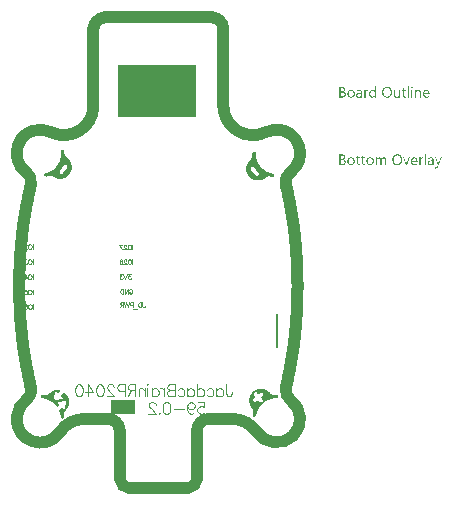
<source format=gbo>
G04*
G04 #@! TF.GenerationSoftware,Altium Limited,Altium Designer,21.9.2 (33)*
G04*
G04 Layer_Color=32896*
%FSAX25Y25*%
%MOIN*%
G70*
G04*
G04 #@! TF.SameCoordinates,9B662772-510A-46F8-AEF7-6368D3D20965*
G04*
G04*
G04 #@! TF.FilePolarity,Positive*
G04*
G01*
G75*
%ADD14C,0.00787*%
%ADD15C,0.00394*%
%ADD16C,0.03937*%
%ADD83C,0.00315*%
%ADD84R,0.07972X0.04575*%
%ADD85R,0.26378X0.17421*%
G36*
X0084544Y0066515D02*
X0084569D01*
X0084624Y0066491D01*
X0084655Y0066472D01*
X0084686Y0066447D01*
X0084692Y0066441D01*
X0084698Y0066435D01*
X0084729Y0066398D01*
X0084754Y0066336D01*
X0084760Y0066299D01*
X0084767Y0066262D01*
Y0066255D01*
Y0066243D01*
X0084760Y0066224D01*
X0084754Y0066200D01*
X0084736Y0066138D01*
X0084711Y0066107D01*
X0084686Y0066076D01*
X0084680D01*
X0084674Y0066064D01*
X0084637Y0066039D01*
X0084581Y0066014D01*
X0084544Y0066008D01*
X0084507Y0066002D01*
X0084488D01*
X0084469Y0066008D01*
X0084445D01*
X0084383Y0066033D01*
X0084352Y0066045D01*
X0084321Y0066070D01*
Y0066076D01*
X0084308Y0066082D01*
X0084296Y0066101D01*
X0084284Y0066119D01*
X0084259Y0066181D01*
X0084253Y0066218D01*
X0084247Y0066262D01*
Y0066268D01*
Y0066280D01*
X0084253Y0066299D01*
X0084259Y0066330D01*
X0084277Y0066386D01*
X0084296Y0066416D01*
X0084321Y0066447D01*
X0084327Y0066453D01*
X0084333Y0066460D01*
X0084370Y0066484D01*
X0084432Y0066509D01*
X0084469Y0066522D01*
X0084525D01*
X0084544Y0066515D01*
D02*
G37*
G36*
X0072554Y0062851D02*
X0072151D01*
Y0063272D01*
X0072139D01*
Y0063266D01*
X0072127Y0063253D01*
X0072108Y0063229D01*
X0072089Y0063198D01*
X0072058Y0063161D01*
X0072021Y0063123D01*
X0071978Y0063080D01*
X0071929Y0063037D01*
X0071873Y0062987D01*
X0071805Y0062944D01*
X0071737Y0062907D01*
X0071656Y0062870D01*
X0071576Y0062839D01*
X0071483Y0062814D01*
X0071384Y0062801D01*
X0071279Y0062795D01*
X0071235D01*
X0071198Y0062801D01*
X0071161Y0062808D01*
X0071111Y0062814D01*
X0071006Y0062839D01*
X0070882Y0062876D01*
X0070759Y0062938D01*
X0070691Y0062975D01*
X0070635Y0063018D01*
X0070573Y0063074D01*
X0070517Y0063130D01*
Y0063136D01*
X0070505Y0063148D01*
X0070492Y0063167D01*
X0070474Y0063191D01*
X0070455Y0063222D01*
X0070430Y0063266D01*
X0070406Y0063315D01*
X0070381Y0063371D01*
X0070350Y0063433D01*
X0070325Y0063501D01*
X0070301Y0063575D01*
X0070282Y0063656D01*
X0070263Y0063742D01*
X0070251Y0063841D01*
X0070245Y0063940D01*
X0070239Y0064046D01*
Y0064052D01*
Y0064070D01*
Y0064108D01*
X0070245Y0064151D01*
X0070251Y0064200D01*
X0070257Y0064262D01*
X0070263Y0064330D01*
X0070276Y0064405D01*
X0070313Y0064566D01*
X0070369Y0064733D01*
X0070406Y0064813D01*
X0070449Y0064894D01*
X0070492Y0064968D01*
X0070548Y0065042D01*
X0070554Y0065048D01*
X0070560Y0065061D01*
X0070579Y0065079D01*
X0070604Y0065104D01*
X0070635Y0065129D01*
X0070678Y0065160D01*
X0070722Y0065197D01*
X0070771Y0065234D01*
X0070895Y0065302D01*
X0071037Y0065364D01*
X0071118Y0065383D01*
X0071204Y0065401D01*
X0071291Y0065414D01*
X0071390Y0065420D01*
X0071439D01*
X0071477Y0065414D01*
X0071514Y0065407D01*
X0071563Y0065401D01*
X0071675Y0065370D01*
X0071798Y0065321D01*
X0071860Y0065290D01*
X0071922Y0065246D01*
X0071984Y0065203D01*
X0072040Y0065148D01*
X0072089Y0065086D01*
X0072139Y0065011D01*
X0072151D01*
Y0066571D01*
X0072554D01*
Y0062851D01*
D02*
G37*
G36*
X0086822Y0065414D02*
X0086896Y0065407D01*
X0086989Y0065389D01*
X0087088Y0065358D01*
X0087193Y0065308D01*
X0087298Y0065240D01*
X0087342Y0065203D01*
X0087385Y0065154D01*
X0087397Y0065141D01*
X0087422Y0065104D01*
X0087453Y0065042D01*
X0087496Y0064956D01*
X0087533Y0064850D01*
X0087571Y0064720D01*
X0087595Y0064566D01*
X0087602Y0064386D01*
Y0062851D01*
X0087199D01*
Y0064281D01*
Y0064287D01*
Y0064318D01*
X0087193Y0064355D01*
Y0064405D01*
X0087181Y0064467D01*
X0087168Y0064535D01*
X0087150Y0064609D01*
X0087125Y0064683D01*
X0087094Y0064758D01*
X0087057Y0064826D01*
X0087007Y0064894D01*
X0086952Y0064956D01*
X0086890Y0065005D01*
X0086809Y0065042D01*
X0086723Y0065073D01*
X0086617Y0065079D01*
X0086605D01*
X0086568Y0065073D01*
X0086512Y0065067D01*
X0086444Y0065048D01*
X0086364Y0065024D01*
X0086277Y0064980D01*
X0086197Y0064925D01*
X0086116Y0064850D01*
X0086110Y0064838D01*
X0086085Y0064813D01*
X0086054Y0064764D01*
X0086017Y0064696D01*
X0085980Y0064615D01*
X0085949Y0064516D01*
X0085924Y0064405D01*
X0085918Y0064281D01*
Y0062851D01*
X0085515D01*
Y0065364D01*
X0085918D01*
Y0064943D01*
X0085930D01*
X0085936Y0064949D01*
X0085943Y0064962D01*
X0085961Y0064986D01*
X0085986Y0065017D01*
X0086011Y0065055D01*
X0086048Y0065092D01*
X0086091Y0065135D01*
X0086141Y0065185D01*
X0086197Y0065228D01*
X0086258Y0065271D01*
X0086326Y0065308D01*
X0086401Y0065346D01*
X0086475Y0065377D01*
X0086562Y0065401D01*
X0086655Y0065414D01*
X0086753Y0065420D01*
X0086791D01*
X0086822Y0065414D01*
D02*
G37*
G36*
X0069824Y0065401D02*
X0069898Y0065395D01*
X0069942Y0065383D01*
X0069972Y0065370D01*
Y0064956D01*
X0069966Y0064962D01*
X0069954Y0064968D01*
X0069929Y0064980D01*
X0069898Y0064999D01*
X0069855Y0065011D01*
X0069799Y0065024D01*
X0069737Y0065030D01*
X0069669Y0065036D01*
X0069657D01*
X0069626Y0065030D01*
X0069576Y0065024D01*
X0069521Y0065005D01*
X0069446Y0064974D01*
X0069378Y0064931D01*
X0069304Y0064869D01*
X0069236Y0064788D01*
X0069230Y0064776D01*
X0069211Y0064745D01*
X0069180Y0064689D01*
X0069149Y0064615D01*
X0069118Y0064522D01*
X0069087Y0064405D01*
X0069069Y0064275D01*
X0069063Y0064126D01*
Y0062851D01*
X0068660D01*
Y0065364D01*
X0069063D01*
Y0064844D01*
X0069075D01*
Y0064850D01*
X0069081Y0064856D01*
X0069094Y0064887D01*
X0069112Y0064937D01*
X0069143Y0064999D01*
X0069174Y0065061D01*
X0069223Y0065129D01*
X0069273Y0065197D01*
X0069335Y0065259D01*
X0069341Y0065265D01*
X0069366Y0065284D01*
X0069403Y0065308D01*
X0069453Y0065333D01*
X0069508Y0065358D01*
X0069576Y0065383D01*
X0069651Y0065401D01*
X0069731Y0065407D01*
X0069787D01*
X0069824Y0065401D01*
D02*
G37*
G36*
X0080563Y0062851D02*
X0080161D01*
Y0063247D01*
X0080149D01*
Y0063241D01*
X0080136Y0063229D01*
X0080124Y0063204D01*
X0080099Y0063179D01*
X0080044Y0063105D01*
X0079957Y0063024D01*
X0079907Y0062981D01*
X0079852Y0062938D01*
X0079790Y0062901D01*
X0079716Y0062863D01*
X0079641Y0062839D01*
X0079561Y0062814D01*
X0079468Y0062801D01*
X0079375Y0062795D01*
X0079338D01*
X0079295Y0062801D01*
X0079233Y0062814D01*
X0079165Y0062826D01*
X0079090Y0062851D01*
X0079010Y0062882D01*
X0078929Y0062931D01*
X0078843Y0062987D01*
X0078762Y0063055D01*
X0078688Y0063142D01*
X0078620Y0063247D01*
X0078558Y0063365D01*
X0078515Y0063507D01*
X0078490Y0063674D01*
X0078478Y0063761D01*
Y0063860D01*
Y0065364D01*
X0078874D01*
Y0063922D01*
Y0063916D01*
Y0063891D01*
X0078880Y0063848D01*
X0078886Y0063798D01*
X0078892Y0063736D01*
X0078905Y0063674D01*
X0078923Y0063600D01*
X0078948Y0063526D01*
X0078985Y0063451D01*
X0079022Y0063383D01*
X0079072Y0063315D01*
X0079134Y0063253D01*
X0079202Y0063204D01*
X0079282Y0063167D01*
X0079381Y0063136D01*
X0079487Y0063130D01*
X0079499D01*
X0079536Y0063136D01*
X0079592Y0063142D01*
X0079654Y0063154D01*
X0079734Y0063185D01*
X0079815Y0063222D01*
X0079895Y0063272D01*
X0079969Y0063346D01*
X0079975Y0063359D01*
X0080000Y0063383D01*
X0080031Y0063433D01*
X0080068Y0063501D01*
X0080099Y0063581D01*
X0080130Y0063680D01*
X0080155Y0063792D01*
X0080161Y0063916D01*
Y0065364D01*
X0080563D01*
Y0062851D01*
D02*
G37*
G36*
X0084698D02*
X0084296D01*
Y0065364D01*
X0084698D01*
Y0062851D01*
D02*
G37*
G36*
X0083479D02*
X0083077D01*
Y0066571D01*
X0083479D01*
Y0062851D01*
D02*
G37*
G36*
X0067100Y0065414D02*
X0067156Y0065407D01*
X0067224Y0065389D01*
X0067298Y0065370D01*
X0067379Y0065339D01*
X0067466Y0065302D01*
X0067546Y0065253D01*
X0067626Y0065191D01*
X0067701Y0065117D01*
X0067769Y0065024D01*
X0067825Y0064918D01*
X0067868Y0064795D01*
X0067893Y0064652D01*
X0067905Y0064485D01*
Y0062851D01*
X0067503D01*
Y0063241D01*
X0067490D01*
Y0063235D01*
X0067478Y0063222D01*
X0067466Y0063198D01*
X0067441Y0063173D01*
X0067379Y0063099D01*
X0067298Y0063018D01*
X0067187Y0062938D01*
X0067057Y0062863D01*
X0066976Y0062839D01*
X0066896Y0062814D01*
X0066809Y0062801D01*
X0066716Y0062795D01*
X0066679D01*
X0066655Y0062801D01*
X0066587Y0062808D01*
X0066506Y0062820D01*
X0066407Y0062845D01*
X0066314Y0062876D01*
X0066215Y0062925D01*
X0066128Y0062987D01*
X0066122Y0062999D01*
X0066097Y0063024D01*
X0066060Y0063068D01*
X0066023Y0063130D01*
X0065986Y0063204D01*
X0065949Y0063291D01*
X0065924Y0063396D01*
X0065918Y0063513D01*
Y0063520D01*
Y0063544D01*
X0065924Y0063581D01*
X0065930Y0063625D01*
X0065943Y0063680D01*
X0065961Y0063742D01*
X0065986Y0063810D01*
X0066023Y0063879D01*
X0066067Y0063953D01*
X0066122Y0064027D01*
X0066190Y0064095D01*
X0066271Y0064157D01*
X0066364Y0064219D01*
X0066475Y0064268D01*
X0066599Y0064306D01*
X0066747Y0064337D01*
X0067503Y0064442D01*
Y0064448D01*
Y0064467D01*
X0067497Y0064504D01*
Y0064541D01*
X0067484Y0064590D01*
X0067478Y0064646D01*
X0067441Y0064764D01*
X0067410Y0064819D01*
X0067379Y0064875D01*
X0067335Y0064931D01*
X0067286Y0064980D01*
X0067224Y0065024D01*
X0067156Y0065055D01*
X0067076Y0065073D01*
X0066983Y0065079D01*
X0066939D01*
X0066908Y0065073D01*
X0066865D01*
X0066822Y0065061D01*
X0066710Y0065042D01*
X0066587Y0065005D01*
X0066450Y0064949D01*
X0066376Y0064912D01*
X0066308Y0064875D01*
X0066234Y0064826D01*
X0066166Y0064770D01*
Y0065185D01*
X0066172D01*
X0066184Y0065197D01*
X0066203Y0065209D01*
X0066234Y0065222D01*
X0066265Y0065240D01*
X0066308Y0065259D01*
X0066357Y0065277D01*
X0066413Y0065302D01*
X0066537Y0065346D01*
X0066686Y0065383D01*
X0066847Y0065407D01*
X0067020Y0065420D01*
X0067057D01*
X0067100Y0065414D01*
D02*
G37*
G36*
X0061412Y0066361D02*
X0061455D01*
X0061498Y0066355D01*
X0061597Y0066342D01*
X0061715Y0066311D01*
X0061839Y0066274D01*
X0061956Y0066218D01*
X0062062Y0066144D01*
X0062068D01*
X0062074Y0066132D01*
X0062105Y0066107D01*
X0062148Y0066057D01*
X0062198Y0065989D01*
X0062241Y0065903D01*
X0062284Y0065804D01*
X0062315Y0065692D01*
X0062328Y0065630D01*
Y0065562D01*
Y0065556D01*
Y0065550D01*
Y0065513D01*
X0062322Y0065457D01*
X0062309Y0065389D01*
X0062291Y0065302D01*
X0062260Y0065215D01*
X0062223Y0065129D01*
X0062167Y0065042D01*
X0062161Y0065030D01*
X0062136Y0065005D01*
X0062099Y0064968D01*
X0062049Y0064918D01*
X0061987Y0064869D01*
X0061913Y0064813D01*
X0061820Y0064770D01*
X0061721Y0064727D01*
Y0064720D01*
X0061740D01*
X0061758Y0064714D01*
X0061777Y0064708D01*
X0061845Y0064696D01*
X0061926Y0064671D01*
X0062012Y0064634D01*
X0062105Y0064590D01*
X0062198Y0064529D01*
X0062284Y0064448D01*
X0062297Y0064436D01*
X0062322Y0064405D01*
X0062353Y0064361D01*
X0062396Y0064293D01*
X0062433Y0064207D01*
X0062470Y0064108D01*
X0062495Y0063990D01*
X0062501Y0063860D01*
Y0063854D01*
Y0063841D01*
Y0063817D01*
X0062495Y0063786D01*
X0062489Y0063749D01*
X0062483Y0063705D01*
X0062458Y0063600D01*
X0062421Y0063482D01*
X0062365Y0063359D01*
X0062328Y0063303D01*
X0062284Y0063241D01*
X0062229Y0063185D01*
X0062173Y0063130D01*
X0062167D01*
X0062161Y0063117D01*
X0062142Y0063105D01*
X0062117Y0063086D01*
X0062086Y0063068D01*
X0062043Y0063043D01*
X0061950Y0062993D01*
X0061833Y0062938D01*
X0061696Y0062894D01*
X0061536Y0062863D01*
X0061455Y0062857D01*
X0061362Y0062851D01*
X0060335D01*
Y0066367D01*
X0061381D01*
X0061412Y0066361D01*
D02*
G37*
G36*
X0081907Y0065364D02*
X0082544D01*
Y0065017D01*
X0081907D01*
Y0063600D01*
Y0063588D01*
Y0063557D01*
X0081913Y0063513D01*
X0081919Y0063458D01*
X0081944Y0063340D01*
X0081963Y0063284D01*
X0081993Y0063241D01*
X0082000Y0063235D01*
X0082012Y0063222D01*
X0082031Y0063210D01*
X0082061Y0063191D01*
X0082099Y0063167D01*
X0082148Y0063154D01*
X0082210Y0063142D01*
X0082278Y0063136D01*
X0082303D01*
X0082334Y0063142D01*
X0082371Y0063148D01*
X0082458Y0063173D01*
X0082501Y0063191D01*
X0082544Y0063216D01*
Y0062870D01*
X0082538D01*
X0082520Y0062857D01*
X0082489Y0062851D01*
X0082445Y0062839D01*
X0082390Y0062826D01*
X0082328Y0062814D01*
X0082253Y0062808D01*
X0082167Y0062801D01*
X0082136D01*
X0082105Y0062808D01*
X0082061Y0062814D01*
X0082012Y0062826D01*
X0081956Y0062839D01*
X0081901Y0062863D01*
X0081839Y0062894D01*
X0081777Y0062931D01*
X0081715Y0062981D01*
X0081659Y0063037D01*
X0081610Y0063111D01*
X0081566Y0063191D01*
X0081535Y0063291D01*
X0081511Y0063402D01*
X0081504Y0063532D01*
Y0065017D01*
X0081077D01*
Y0065364D01*
X0081504D01*
Y0065977D01*
X0081907Y0066107D01*
Y0065364D01*
D02*
G37*
G36*
X0089434Y0065414D02*
X0089477Y0065407D01*
X0089521Y0065401D01*
X0089632Y0065383D01*
X0089756Y0065339D01*
X0089880Y0065284D01*
X0089941Y0065246D01*
X0090003Y0065203D01*
X0090059Y0065154D01*
X0090115Y0065098D01*
X0090121Y0065092D01*
X0090127Y0065086D01*
X0090140Y0065067D01*
X0090158Y0065042D01*
X0090177Y0065005D01*
X0090201Y0064968D01*
X0090226Y0064925D01*
X0090251Y0064869D01*
X0090276Y0064807D01*
X0090300Y0064745D01*
X0090325Y0064671D01*
X0090344Y0064590D01*
X0090362Y0064504D01*
X0090375Y0064417D01*
X0090387Y0064318D01*
Y0064213D01*
Y0064002D01*
X0088611D01*
Y0063996D01*
Y0063984D01*
Y0063965D01*
X0088617Y0063934D01*
X0088623Y0063897D01*
Y0063860D01*
X0088642Y0063761D01*
X0088673Y0063662D01*
X0088710Y0063550D01*
X0088765Y0063445D01*
X0088833Y0063352D01*
X0088846Y0063340D01*
X0088871Y0063315D01*
X0088920Y0063284D01*
X0088988Y0063241D01*
X0089075Y0063198D01*
X0089174Y0063167D01*
X0089291Y0063142D01*
X0089428Y0063130D01*
X0089471D01*
X0089502Y0063136D01*
X0089539D01*
X0089582Y0063142D01*
X0089688Y0063167D01*
X0089805Y0063198D01*
X0089935Y0063247D01*
X0090071Y0063315D01*
X0090140Y0063359D01*
X0090208Y0063408D01*
Y0063030D01*
X0090201D01*
X0090195Y0063018D01*
X0090177Y0063012D01*
X0090146Y0062993D01*
X0090115Y0062975D01*
X0090078Y0062956D01*
X0090028Y0062938D01*
X0089978Y0062913D01*
X0089917Y0062888D01*
X0089849Y0062870D01*
X0089700Y0062832D01*
X0089527Y0062808D01*
X0089335Y0062795D01*
X0089285D01*
X0089248Y0062801D01*
X0089205Y0062808D01*
X0089149Y0062814D01*
X0089031Y0062839D01*
X0088895Y0062876D01*
X0088759Y0062938D01*
X0088691Y0062981D01*
X0088623Y0063024D01*
X0088561Y0063074D01*
X0088499Y0063136D01*
X0088493Y0063142D01*
X0088487Y0063154D01*
X0088474Y0063173D01*
X0088450Y0063198D01*
X0088431Y0063235D01*
X0088406Y0063278D01*
X0088375Y0063328D01*
X0088351Y0063383D01*
X0088320Y0063445D01*
X0088295Y0063520D01*
X0088264Y0063600D01*
X0088245Y0063687D01*
X0088227Y0063779D01*
X0088208Y0063879D01*
X0088202Y0063984D01*
X0088196Y0064095D01*
Y0064101D01*
Y0064120D01*
Y0064151D01*
X0088202Y0064194D01*
X0088208Y0064244D01*
X0088214Y0064299D01*
X0088221Y0064368D01*
X0088239Y0064436D01*
X0088276Y0064584D01*
X0088332Y0064745D01*
X0088369Y0064826D01*
X0088419Y0064900D01*
X0088468Y0064980D01*
X0088524Y0065048D01*
X0088530Y0065055D01*
X0088542Y0065067D01*
X0088561Y0065086D01*
X0088586Y0065104D01*
X0088617Y0065135D01*
X0088654Y0065166D01*
X0088703Y0065197D01*
X0088753Y0065234D01*
X0088871Y0065302D01*
X0089013Y0065364D01*
X0089093Y0065383D01*
X0089174Y0065401D01*
X0089261Y0065414D01*
X0089353Y0065420D01*
X0089403D01*
X0089434Y0065414D01*
D02*
G37*
G36*
X0076392Y0066423D02*
X0076453Y0066416D01*
X0076528Y0066404D01*
X0076608Y0066386D01*
X0076695Y0066367D01*
X0076781Y0066342D01*
X0076881Y0066311D01*
X0076973Y0066268D01*
X0077072Y0066218D01*
X0077171Y0066163D01*
X0077264Y0066094D01*
X0077357Y0066020D01*
X0077444Y0065934D01*
X0077450Y0065927D01*
X0077462Y0065909D01*
X0077487Y0065884D01*
X0077512Y0065847D01*
X0077549Y0065797D01*
X0077586Y0065736D01*
X0077623Y0065667D01*
X0077667Y0065593D01*
X0077710Y0065500D01*
X0077747Y0065407D01*
X0077784Y0065302D01*
X0077821Y0065185D01*
X0077846Y0065067D01*
X0077871Y0064937D01*
X0077883Y0064795D01*
X0077890Y0064652D01*
Y0064640D01*
Y0064615D01*
Y0064572D01*
X0077883Y0064510D01*
X0077877Y0064436D01*
X0077865Y0064355D01*
X0077852Y0064262D01*
X0077834Y0064157D01*
X0077809Y0064052D01*
X0077778Y0063940D01*
X0077741Y0063829D01*
X0077698Y0063718D01*
X0077642Y0063600D01*
X0077580Y0063495D01*
X0077512Y0063389D01*
X0077431Y0063291D01*
X0077425Y0063284D01*
X0077413Y0063272D01*
X0077382Y0063247D01*
X0077351Y0063216D01*
X0077301Y0063173D01*
X0077246Y0063136D01*
X0077184Y0063086D01*
X0077109Y0063043D01*
X0077029Y0062999D01*
X0076936Y0062950D01*
X0076837Y0062913D01*
X0076726Y0062876D01*
X0076608Y0062839D01*
X0076484Y0062814D01*
X0076354Y0062801D01*
X0076212Y0062795D01*
X0076181D01*
X0076138Y0062801D01*
X0076088D01*
X0076026Y0062808D01*
X0075952Y0062820D01*
X0075871Y0062839D01*
X0075779Y0062857D01*
X0075686Y0062882D01*
X0075587Y0062913D01*
X0075488Y0062956D01*
X0075389Y0062999D01*
X0075290Y0063055D01*
X0075191Y0063123D01*
X0075098Y0063198D01*
X0075011Y0063284D01*
X0075005Y0063291D01*
X0074993Y0063309D01*
X0074968Y0063334D01*
X0074943Y0063371D01*
X0074906Y0063420D01*
X0074869Y0063482D01*
X0074832Y0063550D01*
X0074788Y0063631D01*
X0074745Y0063718D01*
X0074708Y0063810D01*
X0074671Y0063916D01*
X0074634Y0064033D01*
X0074609Y0064151D01*
X0074584Y0064281D01*
X0074572Y0064423D01*
X0074565Y0064566D01*
Y0064578D01*
Y0064603D01*
X0074572Y0064646D01*
Y0064708D01*
X0074578Y0064776D01*
X0074590Y0064863D01*
X0074603Y0064956D01*
X0074621Y0065055D01*
X0074646Y0065160D01*
X0074677Y0065271D01*
X0074714Y0065383D01*
X0074757Y0065494D01*
X0074813Y0065605D01*
X0074875Y0065717D01*
X0074943Y0065822D01*
X0075024Y0065921D01*
X0075030Y0065927D01*
X0075042Y0065946D01*
X0075073Y0065971D01*
X0075110Y0066002D01*
X0075153Y0066039D01*
X0075209Y0066082D01*
X0075277Y0066126D01*
X0075352Y0066175D01*
X0075438Y0066224D01*
X0075531Y0066268D01*
X0075630Y0066311D01*
X0075741Y0066348D01*
X0075865Y0066379D01*
X0075995Y0066410D01*
X0076131Y0066423D01*
X0076274Y0066429D01*
X0076342D01*
X0076392Y0066423D01*
D02*
G37*
G36*
X0064364Y0065414D02*
X0064408Y0065407D01*
X0064463Y0065401D01*
X0064587Y0065377D01*
X0064729Y0065333D01*
X0064872Y0065271D01*
X0064946Y0065234D01*
X0065014Y0065191D01*
X0065082Y0065135D01*
X0065144Y0065073D01*
X0065150Y0065067D01*
X0065157Y0065055D01*
X0065175Y0065036D01*
X0065194Y0065011D01*
X0065219Y0064974D01*
X0065243Y0064931D01*
X0065274Y0064881D01*
X0065305Y0064826D01*
X0065330Y0064758D01*
X0065361Y0064689D01*
X0065386Y0064609D01*
X0065410Y0064522D01*
X0065429Y0064429D01*
X0065448Y0064330D01*
X0065454Y0064225D01*
X0065460Y0064114D01*
Y0064108D01*
Y0064089D01*
Y0064058D01*
X0065454Y0064015D01*
X0065448Y0063965D01*
X0065441Y0063903D01*
X0065429Y0063841D01*
X0065417Y0063767D01*
X0065380Y0063618D01*
X0065318Y0063458D01*
X0065280Y0063377D01*
X0065231Y0063297D01*
X0065181Y0063222D01*
X0065119Y0063154D01*
X0065113Y0063148D01*
X0065101Y0063142D01*
X0065082Y0063123D01*
X0065058Y0063099D01*
X0065021Y0063074D01*
X0064983Y0063043D01*
X0064934Y0063006D01*
X0064878Y0062975D01*
X0064816Y0062944D01*
X0064748Y0062907D01*
X0064674Y0062876D01*
X0064593Y0062851D01*
X0064507Y0062826D01*
X0064414Y0062814D01*
X0064315Y0062801D01*
X0064210Y0062795D01*
X0064154D01*
X0064117Y0062801D01*
X0064073Y0062808D01*
X0064018Y0062814D01*
X0063956Y0062826D01*
X0063888Y0062839D01*
X0063745Y0062882D01*
X0063597Y0062944D01*
X0063522Y0062981D01*
X0063454Y0063030D01*
X0063386Y0063080D01*
X0063318Y0063142D01*
X0063312Y0063148D01*
X0063306Y0063161D01*
X0063287Y0063179D01*
X0063269Y0063204D01*
X0063244Y0063241D01*
X0063213Y0063284D01*
X0063182Y0063334D01*
X0063157Y0063389D01*
X0063126Y0063458D01*
X0063095Y0063526D01*
X0063064Y0063600D01*
X0063040Y0063687D01*
X0063003Y0063872D01*
X0062996Y0063971D01*
X0062990Y0064077D01*
Y0064083D01*
Y0064108D01*
Y0064139D01*
X0062996Y0064182D01*
X0063003Y0064231D01*
X0063009Y0064293D01*
X0063021Y0064361D01*
X0063033Y0064436D01*
X0063071Y0064597D01*
X0063133Y0064758D01*
X0063176Y0064838D01*
X0063219Y0064918D01*
X0063269Y0064993D01*
X0063331Y0065061D01*
X0063337Y0065067D01*
X0063349Y0065079D01*
X0063368Y0065092D01*
X0063393Y0065117D01*
X0063430Y0065141D01*
X0063473Y0065172D01*
X0063522Y0065209D01*
X0063578Y0065240D01*
X0063640Y0065271D01*
X0063714Y0065308D01*
X0063789Y0065339D01*
X0063875Y0065364D01*
X0063962Y0065389D01*
X0064061Y0065407D01*
X0064166Y0065414D01*
X0064271Y0065420D01*
X0064327D01*
X0064364Y0065414D01*
D02*
G37*
G36*
X0075271Y0042918D02*
X0075327Y0042906D01*
X0075389Y0042893D01*
X0075457Y0042869D01*
X0075537Y0042838D01*
X0075612Y0042794D01*
X0075692Y0042745D01*
X0075766Y0042677D01*
X0075834Y0042590D01*
X0075896Y0042491D01*
X0075952Y0042380D01*
X0075989Y0042237D01*
X0076020Y0042083D01*
X0076026Y0041903D01*
Y0040356D01*
X0075624D01*
Y0041798D01*
Y0041804D01*
Y0041816D01*
Y0041835D01*
Y0041866D01*
X0075618Y0041940D01*
X0075605Y0042027D01*
X0075593Y0042126D01*
X0075568Y0042225D01*
X0075537Y0042318D01*
X0075494Y0042398D01*
X0075488Y0042404D01*
X0075469Y0042429D01*
X0075438Y0042460D01*
X0075389Y0042491D01*
X0075333Y0042528D01*
X0075259Y0042553D01*
X0075166Y0042578D01*
X0075061Y0042584D01*
X0075048D01*
X0075017Y0042578D01*
X0074968Y0042571D01*
X0074906Y0042553D01*
X0074838Y0042528D01*
X0074764Y0042485D01*
X0074689Y0042429D01*
X0074621Y0042349D01*
X0074615Y0042336D01*
X0074596Y0042305D01*
X0074565Y0042256D01*
X0074534Y0042188D01*
X0074497Y0042107D01*
X0074473Y0042014D01*
X0074448Y0041903D01*
X0074442Y0041785D01*
Y0040356D01*
X0074039D01*
Y0041847D01*
Y0041853D01*
Y0041878D01*
X0074033Y0041915D01*
Y0041965D01*
X0074021Y0042021D01*
X0074008Y0042083D01*
X0073990Y0042144D01*
X0073971Y0042219D01*
X0073940Y0042287D01*
X0073903Y0042349D01*
X0073854Y0042411D01*
X0073798Y0042466D01*
X0073736Y0042516D01*
X0073655Y0042553D01*
X0073569Y0042578D01*
X0073470Y0042584D01*
X0073457D01*
X0073427Y0042578D01*
X0073377Y0042571D01*
X0073315Y0042559D01*
X0073247Y0042528D01*
X0073173Y0042491D01*
X0073098Y0042435D01*
X0073030Y0042361D01*
X0073024Y0042349D01*
X0073006Y0042324D01*
X0072975Y0042274D01*
X0072944Y0042206D01*
X0072913Y0042126D01*
X0072882Y0042027D01*
X0072863Y0041915D01*
X0072857Y0041785D01*
Y0040356D01*
X0072455D01*
Y0042869D01*
X0072857D01*
Y0042466D01*
X0072869D01*
X0072876Y0042472D01*
X0072882Y0042485D01*
X0072900Y0042510D01*
X0072919Y0042541D01*
X0072981Y0042609D01*
X0073067Y0042695D01*
X0073179Y0042782D01*
X0073309Y0042850D01*
X0073389Y0042881D01*
X0073470Y0042906D01*
X0073557Y0042918D01*
X0073649Y0042924D01*
X0073693D01*
X0073742Y0042918D01*
X0073804Y0042906D01*
X0073872Y0042887D01*
X0073946Y0042862D01*
X0074021Y0042832D01*
X0074095Y0042782D01*
X0074101Y0042776D01*
X0074126Y0042757D01*
X0074157Y0042726D01*
X0074200Y0042683D01*
X0074244Y0042627D01*
X0074287Y0042565D01*
X0074330Y0042491D01*
X0074361Y0042404D01*
X0074367Y0042411D01*
X0074374Y0042429D01*
X0074392Y0042454D01*
X0074411Y0042485D01*
X0074442Y0042528D01*
X0074479Y0042571D01*
X0074522Y0042615D01*
X0074572Y0042664D01*
X0074627Y0042714D01*
X0074689Y0042757D01*
X0074757Y0042807D01*
X0074832Y0042844D01*
X0074912Y0042875D01*
X0074999Y0042900D01*
X0075098Y0042918D01*
X0075197Y0042924D01*
X0075234D01*
X0075271Y0042918D01*
D02*
G37*
G36*
X0088146Y0042906D02*
X0088221Y0042900D01*
X0088264Y0042887D01*
X0088295Y0042875D01*
Y0042460D01*
X0088289Y0042466D01*
X0088276Y0042472D01*
X0088252Y0042485D01*
X0088221Y0042503D01*
X0088177Y0042516D01*
X0088121Y0042528D01*
X0088060Y0042534D01*
X0087991Y0042541D01*
X0087979D01*
X0087948Y0042534D01*
X0087899Y0042528D01*
X0087843Y0042510D01*
X0087769Y0042479D01*
X0087701Y0042435D01*
X0087626Y0042373D01*
X0087558Y0042293D01*
X0087552Y0042281D01*
X0087533Y0042250D01*
X0087502Y0042194D01*
X0087472Y0042120D01*
X0087441Y0042027D01*
X0087410Y0041909D01*
X0087391Y0041779D01*
X0087385Y0041631D01*
Y0040356D01*
X0086983D01*
Y0042869D01*
X0087385D01*
Y0042349D01*
X0087397D01*
Y0042355D01*
X0087404Y0042361D01*
X0087416Y0042392D01*
X0087435Y0042441D01*
X0087465Y0042503D01*
X0087496Y0042565D01*
X0087546Y0042633D01*
X0087595Y0042702D01*
X0087657Y0042763D01*
X0087664Y0042770D01*
X0087688Y0042788D01*
X0087725Y0042813D01*
X0087775Y0042838D01*
X0087831Y0042862D01*
X0087899Y0042887D01*
X0087973Y0042906D01*
X0088053Y0042912D01*
X0088109D01*
X0088146Y0042906D01*
D02*
G37*
G36*
X0093352Y0039953D02*
X0093346Y0039947D01*
X0093340Y0039922D01*
X0093321Y0039879D01*
X0093296Y0039829D01*
X0093265Y0039774D01*
X0093222Y0039706D01*
X0093179Y0039638D01*
X0093129Y0039563D01*
X0093067Y0039489D01*
X0093005Y0039421D01*
X0092931Y0039353D01*
X0092851Y0039297D01*
X0092770Y0039248D01*
X0092677Y0039204D01*
X0092585Y0039179D01*
X0092479Y0039173D01*
X0092424D01*
X0092387Y0039179D01*
X0092306Y0039192D01*
X0092219Y0039210D01*
Y0039569D01*
X0092225D01*
X0092244Y0039563D01*
X0092269Y0039557D01*
X0092300Y0039551D01*
X0092374Y0039532D01*
X0092454Y0039526D01*
X0092467D01*
X0092504Y0039532D01*
X0092560Y0039545D01*
X0092628Y0039569D01*
X0092702Y0039613D01*
X0092739Y0039644D01*
X0092776Y0039681D01*
X0092814Y0039718D01*
X0092851Y0039768D01*
X0092882Y0039823D01*
X0092913Y0039885D01*
X0093117Y0040356D01*
X0092133Y0042869D01*
X0092578D01*
X0093259Y0040931D01*
Y0040925D01*
X0093265Y0040913D01*
X0093272Y0040894D01*
X0093278Y0040869D01*
X0093284Y0040832D01*
X0093296Y0040795D01*
X0093309Y0040739D01*
X0093327D01*
Y0040752D01*
X0093340Y0040789D01*
X0093352Y0040845D01*
X0093377Y0040925D01*
X0094089Y0042869D01*
X0094503D01*
X0093352Y0039953D01*
D02*
G37*
G36*
X0082922Y0040356D02*
X0082526D01*
X0081573Y0042869D01*
X0082012D01*
X0082656Y0041043D01*
X0082662Y0041036D01*
X0082668Y0041012D01*
X0082680Y0040968D01*
X0082693Y0040925D01*
X0082705Y0040869D01*
X0082724Y0040807D01*
X0082742Y0040690D01*
X0082749D01*
Y0040696D01*
X0082755Y0040721D01*
X0082761Y0040758D01*
X0082767Y0040801D01*
X0082780Y0040857D01*
X0082792Y0040913D01*
X0082829Y0041030D01*
X0083498Y0042869D01*
X0083918D01*
X0082922Y0040356D01*
D02*
G37*
G36*
X0090944Y0042918D02*
X0091000Y0042912D01*
X0091068Y0042893D01*
X0091142Y0042875D01*
X0091223Y0042844D01*
X0091309Y0042807D01*
X0091390Y0042757D01*
X0091470Y0042695D01*
X0091545Y0042621D01*
X0091613Y0042528D01*
X0091668Y0042423D01*
X0091712Y0042299D01*
X0091737Y0042157D01*
X0091749Y0041990D01*
Y0040356D01*
X0091347D01*
Y0040745D01*
X0091334D01*
Y0040739D01*
X0091322Y0040727D01*
X0091309Y0040702D01*
X0091285Y0040677D01*
X0091223Y0040603D01*
X0091142Y0040523D01*
X0091031Y0040442D01*
X0090901Y0040368D01*
X0090820Y0040343D01*
X0090740Y0040318D01*
X0090653Y0040306D01*
X0090560Y0040300D01*
X0090523D01*
X0090499Y0040306D01*
X0090430Y0040312D01*
X0090350Y0040325D01*
X0090251Y0040349D01*
X0090158Y0040380D01*
X0090059Y0040430D01*
X0089972Y0040492D01*
X0089966Y0040504D01*
X0089941Y0040529D01*
X0089904Y0040572D01*
X0089867Y0040634D01*
X0089830Y0040708D01*
X0089793Y0040795D01*
X0089768Y0040900D01*
X0089762Y0041018D01*
Y0041024D01*
Y0041049D01*
X0089768Y0041086D01*
X0089774Y0041129D01*
X0089787Y0041185D01*
X0089805Y0041247D01*
X0089830Y0041315D01*
X0089867Y0041383D01*
X0089911Y0041457D01*
X0089966Y0041532D01*
X0090034Y0041600D01*
X0090115Y0041662D01*
X0090208Y0041723D01*
X0090319Y0041773D01*
X0090443Y0041810D01*
X0090591Y0041841D01*
X0091347Y0041946D01*
Y0041952D01*
Y0041971D01*
X0091340Y0042008D01*
Y0042045D01*
X0091328Y0042095D01*
X0091322Y0042151D01*
X0091285Y0042268D01*
X0091254Y0042324D01*
X0091223Y0042380D01*
X0091179Y0042435D01*
X0091130Y0042485D01*
X0091068Y0042528D01*
X0091000Y0042559D01*
X0090919Y0042578D01*
X0090827Y0042584D01*
X0090783D01*
X0090752Y0042578D01*
X0090709D01*
X0090666Y0042565D01*
X0090554Y0042547D01*
X0090430Y0042510D01*
X0090294Y0042454D01*
X0090220Y0042417D01*
X0090152Y0042380D01*
X0090078Y0042330D01*
X0090009Y0042274D01*
Y0042689D01*
X0090016D01*
X0090028Y0042702D01*
X0090047Y0042714D01*
X0090078Y0042726D01*
X0090109Y0042745D01*
X0090152Y0042763D01*
X0090201Y0042782D01*
X0090257Y0042807D01*
X0090381Y0042850D01*
X0090529Y0042887D01*
X0090690Y0042912D01*
X0090864Y0042924D01*
X0090901D01*
X0090944Y0042918D01*
D02*
G37*
G36*
X0089131Y0040356D02*
X0088728D01*
Y0044076D01*
X0089131D01*
Y0040356D01*
D02*
G37*
G36*
X0061412Y0043865D02*
X0061455D01*
X0061498Y0043859D01*
X0061597Y0043847D01*
X0061715Y0043816D01*
X0061839Y0043779D01*
X0061956Y0043723D01*
X0062062Y0043649D01*
X0062068D01*
X0062074Y0043636D01*
X0062105Y0043611D01*
X0062148Y0043562D01*
X0062198Y0043494D01*
X0062241Y0043407D01*
X0062284Y0043308D01*
X0062315Y0043197D01*
X0062328Y0043135D01*
Y0043067D01*
Y0043060D01*
Y0043054D01*
Y0043017D01*
X0062322Y0042961D01*
X0062309Y0042893D01*
X0062291Y0042807D01*
X0062260Y0042720D01*
X0062223Y0042633D01*
X0062167Y0042547D01*
X0062161Y0042534D01*
X0062136Y0042510D01*
X0062099Y0042472D01*
X0062049Y0042423D01*
X0061987Y0042373D01*
X0061913Y0042318D01*
X0061820Y0042274D01*
X0061721Y0042231D01*
Y0042225D01*
X0061740D01*
X0061758Y0042219D01*
X0061777Y0042213D01*
X0061845Y0042200D01*
X0061926Y0042175D01*
X0062012Y0042138D01*
X0062105Y0042095D01*
X0062198Y0042033D01*
X0062284Y0041952D01*
X0062297Y0041940D01*
X0062322Y0041909D01*
X0062353Y0041866D01*
X0062396Y0041798D01*
X0062433Y0041711D01*
X0062470Y0041612D01*
X0062495Y0041495D01*
X0062501Y0041364D01*
Y0041358D01*
Y0041346D01*
Y0041321D01*
X0062495Y0041290D01*
X0062489Y0041253D01*
X0062483Y0041210D01*
X0062458Y0041105D01*
X0062421Y0040987D01*
X0062365Y0040863D01*
X0062328Y0040807D01*
X0062284Y0040745D01*
X0062229Y0040690D01*
X0062173Y0040634D01*
X0062167D01*
X0062161Y0040622D01*
X0062142Y0040609D01*
X0062117Y0040591D01*
X0062086Y0040572D01*
X0062043Y0040547D01*
X0061950Y0040498D01*
X0061833Y0040442D01*
X0061696Y0040399D01*
X0061536Y0040368D01*
X0061455Y0040362D01*
X0061362Y0040356D01*
X0060335D01*
Y0043871D01*
X0061381D01*
X0061412Y0043865D01*
D02*
G37*
G36*
X0068338Y0042869D02*
X0068976D01*
Y0042522D01*
X0068338D01*
Y0041105D01*
Y0041092D01*
Y0041061D01*
X0068344Y0041018D01*
X0068351Y0040962D01*
X0068375Y0040845D01*
X0068394Y0040789D01*
X0068425Y0040745D01*
X0068431Y0040739D01*
X0068444Y0040727D01*
X0068462Y0040714D01*
X0068493Y0040696D01*
X0068530Y0040671D01*
X0068580Y0040659D01*
X0068642Y0040646D01*
X0068710Y0040640D01*
X0068735D01*
X0068765Y0040646D01*
X0068802Y0040653D01*
X0068889Y0040677D01*
X0068932Y0040696D01*
X0068976Y0040721D01*
Y0040374D01*
X0068970D01*
X0068951Y0040362D01*
X0068920Y0040356D01*
X0068877Y0040343D01*
X0068821Y0040331D01*
X0068759Y0040318D01*
X0068685Y0040312D01*
X0068598Y0040306D01*
X0068567D01*
X0068536Y0040312D01*
X0068493Y0040318D01*
X0068444Y0040331D01*
X0068388Y0040343D01*
X0068332Y0040368D01*
X0068270Y0040399D01*
X0068208Y0040436D01*
X0068146Y0040486D01*
X0068091Y0040541D01*
X0068041Y0040615D01*
X0067998Y0040696D01*
X0067967Y0040795D01*
X0067942Y0040906D01*
X0067936Y0041036D01*
Y0042522D01*
X0067509D01*
Y0042869D01*
X0067936D01*
Y0043481D01*
X0068338Y0043611D01*
Y0042869D01*
D02*
G37*
G36*
X0066636D02*
X0067274D01*
Y0042522D01*
X0066636D01*
Y0041105D01*
Y0041092D01*
Y0041061D01*
X0066642Y0041018D01*
X0066648Y0040962D01*
X0066673Y0040845D01*
X0066692Y0040789D01*
X0066723Y0040745D01*
X0066729Y0040739D01*
X0066741Y0040727D01*
X0066760Y0040714D01*
X0066791Y0040696D01*
X0066828Y0040671D01*
X0066878Y0040659D01*
X0066939Y0040646D01*
X0067007Y0040640D01*
X0067032D01*
X0067063Y0040646D01*
X0067100Y0040653D01*
X0067187Y0040677D01*
X0067230Y0040696D01*
X0067274Y0040721D01*
Y0040374D01*
X0067267D01*
X0067249Y0040362D01*
X0067218Y0040356D01*
X0067175Y0040343D01*
X0067119Y0040331D01*
X0067057Y0040318D01*
X0066983Y0040312D01*
X0066896Y0040306D01*
X0066865D01*
X0066834Y0040312D01*
X0066791Y0040318D01*
X0066741Y0040331D01*
X0066686Y0040343D01*
X0066630Y0040368D01*
X0066568Y0040399D01*
X0066506Y0040436D01*
X0066444Y0040486D01*
X0066388Y0040541D01*
X0066339Y0040615D01*
X0066296Y0040696D01*
X0066265Y0040795D01*
X0066240Y0040906D01*
X0066234Y0041036D01*
Y0042522D01*
X0065807D01*
Y0042869D01*
X0066234D01*
Y0043481D01*
X0066636Y0043611D01*
Y0042869D01*
D02*
G37*
G36*
X0085423Y0042918D02*
X0085466Y0042912D01*
X0085509Y0042906D01*
X0085621Y0042887D01*
X0085745Y0042844D01*
X0085868Y0042788D01*
X0085930Y0042751D01*
X0085992Y0042708D01*
X0086048Y0042658D01*
X0086104Y0042603D01*
X0086110Y0042596D01*
X0086116Y0042590D01*
X0086128Y0042571D01*
X0086147Y0042547D01*
X0086165Y0042510D01*
X0086190Y0042472D01*
X0086215Y0042429D01*
X0086240Y0042373D01*
X0086264Y0042311D01*
X0086289Y0042250D01*
X0086314Y0042175D01*
X0086333Y0042095D01*
X0086351Y0042008D01*
X0086364Y0041922D01*
X0086376Y0041822D01*
Y0041717D01*
Y0041507D01*
X0084599D01*
Y0041501D01*
Y0041488D01*
Y0041470D01*
X0084606Y0041439D01*
X0084612Y0041402D01*
Y0041364D01*
X0084630Y0041265D01*
X0084661Y0041166D01*
X0084698Y0041055D01*
X0084754Y0040950D01*
X0084822Y0040857D01*
X0084835Y0040845D01*
X0084859Y0040820D01*
X0084909Y0040789D01*
X0084977Y0040745D01*
X0085064Y0040702D01*
X0085163Y0040671D01*
X0085280Y0040646D01*
X0085417Y0040634D01*
X0085460D01*
X0085491Y0040640D01*
X0085528D01*
X0085571Y0040646D01*
X0085676Y0040671D01*
X0085794Y0040702D01*
X0085924Y0040752D01*
X0086060Y0040820D01*
X0086128Y0040863D01*
X0086197Y0040913D01*
Y0040535D01*
X0086190D01*
X0086184Y0040523D01*
X0086165Y0040516D01*
X0086135Y0040498D01*
X0086104Y0040479D01*
X0086067Y0040461D01*
X0086017Y0040442D01*
X0085967Y0040417D01*
X0085905Y0040393D01*
X0085837Y0040374D01*
X0085689Y0040337D01*
X0085515Y0040312D01*
X0085324Y0040300D01*
X0085274D01*
X0085237Y0040306D01*
X0085194Y0040312D01*
X0085138Y0040318D01*
X0085020Y0040343D01*
X0084884Y0040380D01*
X0084748Y0040442D01*
X0084680Y0040486D01*
X0084612Y0040529D01*
X0084550Y0040578D01*
X0084488Y0040640D01*
X0084482Y0040646D01*
X0084476Y0040659D01*
X0084463Y0040677D01*
X0084439Y0040702D01*
X0084420Y0040739D01*
X0084395Y0040783D01*
X0084364Y0040832D01*
X0084339Y0040888D01*
X0084308Y0040950D01*
X0084284Y0041024D01*
X0084253Y0041105D01*
X0084234Y0041191D01*
X0084216Y0041284D01*
X0084197Y0041383D01*
X0084191Y0041488D01*
X0084185Y0041600D01*
Y0041606D01*
Y0041625D01*
Y0041655D01*
X0084191Y0041699D01*
X0084197Y0041748D01*
X0084203Y0041804D01*
X0084210Y0041872D01*
X0084228Y0041940D01*
X0084265Y0042089D01*
X0084321Y0042250D01*
X0084358Y0042330D01*
X0084408Y0042404D01*
X0084457Y0042485D01*
X0084513Y0042553D01*
X0084519Y0042559D01*
X0084531Y0042571D01*
X0084550Y0042590D01*
X0084575Y0042609D01*
X0084606Y0042640D01*
X0084643Y0042671D01*
X0084692Y0042702D01*
X0084742Y0042739D01*
X0084859Y0042807D01*
X0085002Y0042869D01*
X0085082Y0042887D01*
X0085163Y0042906D01*
X0085249Y0042918D01*
X0085342Y0042924D01*
X0085392D01*
X0085423Y0042918D01*
D02*
G37*
G36*
X0079808Y0043927D02*
X0079870Y0043921D01*
X0079945Y0043909D01*
X0080025Y0043890D01*
X0080112Y0043871D01*
X0080198Y0043847D01*
X0080297Y0043816D01*
X0080390Y0043772D01*
X0080489Y0043723D01*
X0080588Y0043667D01*
X0080681Y0043599D01*
X0080774Y0043525D01*
X0080861Y0043438D01*
X0080867Y0043432D01*
X0080879Y0043413D01*
X0080904Y0043389D01*
X0080929Y0043352D01*
X0080966Y0043302D01*
X0081003Y0043240D01*
X0081040Y0043172D01*
X0081084Y0043098D01*
X0081127Y0043005D01*
X0081164Y0042912D01*
X0081201Y0042807D01*
X0081238Y0042689D01*
X0081263Y0042571D01*
X0081288Y0042441D01*
X0081300Y0042299D01*
X0081306Y0042157D01*
Y0042144D01*
Y0042120D01*
Y0042076D01*
X0081300Y0042014D01*
X0081294Y0041940D01*
X0081282Y0041860D01*
X0081269Y0041767D01*
X0081251Y0041662D01*
X0081226Y0041556D01*
X0081195Y0041445D01*
X0081158Y0041333D01*
X0081115Y0041222D01*
X0081059Y0041105D01*
X0080997Y0040999D01*
X0080929Y0040894D01*
X0080848Y0040795D01*
X0080842Y0040789D01*
X0080830Y0040776D01*
X0080799Y0040752D01*
X0080768Y0040721D01*
X0080718Y0040677D01*
X0080663Y0040640D01*
X0080601Y0040591D01*
X0080526Y0040547D01*
X0080446Y0040504D01*
X0080353Y0040455D01*
X0080254Y0040417D01*
X0080143Y0040380D01*
X0080025Y0040343D01*
X0079901Y0040318D01*
X0079771Y0040306D01*
X0079629Y0040300D01*
X0079598D01*
X0079555Y0040306D01*
X0079505D01*
X0079443Y0040312D01*
X0079369Y0040325D01*
X0079288Y0040343D01*
X0079196Y0040362D01*
X0079103Y0040387D01*
X0079004Y0040417D01*
X0078905Y0040461D01*
X0078806Y0040504D01*
X0078707Y0040560D01*
X0078607Y0040628D01*
X0078515Y0040702D01*
X0078428Y0040789D01*
X0078422Y0040795D01*
X0078409Y0040814D01*
X0078385Y0040838D01*
X0078360Y0040876D01*
X0078323Y0040925D01*
X0078286Y0040987D01*
X0078249Y0041055D01*
X0078205Y0041135D01*
X0078162Y0041222D01*
X0078125Y0041315D01*
X0078088Y0041420D01*
X0078050Y0041538D01*
X0078026Y0041655D01*
X0078001Y0041785D01*
X0077988Y0041928D01*
X0077982Y0042070D01*
Y0042083D01*
Y0042107D01*
X0077988Y0042151D01*
Y0042213D01*
X0077995Y0042281D01*
X0078007Y0042367D01*
X0078019Y0042460D01*
X0078038Y0042559D01*
X0078063Y0042664D01*
X0078094Y0042776D01*
X0078131Y0042887D01*
X0078174Y0042999D01*
X0078230Y0043110D01*
X0078292Y0043222D01*
X0078360Y0043327D01*
X0078440Y0043426D01*
X0078447Y0043432D01*
X0078459Y0043450D01*
X0078490Y0043475D01*
X0078527Y0043506D01*
X0078570Y0043543D01*
X0078626Y0043587D01*
X0078694Y0043630D01*
X0078768Y0043679D01*
X0078855Y0043729D01*
X0078948Y0043772D01*
X0079047Y0043816D01*
X0079158Y0043853D01*
X0079282Y0043884D01*
X0079412Y0043915D01*
X0079548Y0043927D01*
X0079691Y0043933D01*
X0079759D01*
X0079808Y0043927D01*
D02*
G37*
G36*
X0070715Y0042918D02*
X0070759Y0042912D01*
X0070814Y0042906D01*
X0070938Y0042881D01*
X0071080Y0042838D01*
X0071223Y0042776D01*
X0071297Y0042739D01*
X0071365Y0042695D01*
X0071433Y0042640D01*
X0071495Y0042578D01*
X0071501Y0042571D01*
X0071508Y0042559D01*
X0071526Y0042541D01*
X0071545Y0042516D01*
X0071570Y0042479D01*
X0071594Y0042435D01*
X0071625Y0042386D01*
X0071656Y0042330D01*
X0071681Y0042262D01*
X0071712Y0042194D01*
X0071737Y0042114D01*
X0071761Y0042027D01*
X0071780Y0041934D01*
X0071798Y0041835D01*
X0071805Y0041730D01*
X0071811Y0041618D01*
Y0041612D01*
Y0041594D01*
Y0041563D01*
X0071805Y0041519D01*
X0071798Y0041470D01*
X0071792Y0041408D01*
X0071780Y0041346D01*
X0071768Y0041272D01*
X0071730Y0041123D01*
X0071668Y0040962D01*
X0071631Y0040882D01*
X0071582Y0040801D01*
X0071532Y0040727D01*
X0071470Y0040659D01*
X0071464Y0040653D01*
X0071452Y0040646D01*
X0071433Y0040628D01*
X0071408Y0040603D01*
X0071371Y0040578D01*
X0071334Y0040547D01*
X0071285Y0040510D01*
X0071229Y0040479D01*
X0071167Y0040448D01*
X0071099Y0040411D01*
X0071025Y0040380D01*
X0070944Y0040356D01*
X0070858Y0040331D01*
X0070765Y0040318D01*
X0070666Y0040306D01*
X0070560Y0040300D01*
X0070505D01*
X0070468Y0040306D01*
X0070424Y0040312D01*
X0070369Y0040318D01*
X0070307Y0040331D01*
X0070239Y0040343D01*
X0070096Y0040387D01*
X0069948Y0040448D01*
X0069873Y0040486D01*
X0069805Y0040535D01*
X0069737Y0040584D01*
X0069669Y0040646D01*
X0069663Y0040653D01*
X0069657Y0040665D01*
X0069638Y0040684D01*
X0069620Y0040708D01*
X0069595Y0040745D01*
X0069564Y0040789D01*
X0069533Y0040838D01*
X0069508Y0040894D01*
X0069477Y0040962D01*
X0069446Y0041030D01*
X0069415Y0041105D01*
X0069391Y0041191D01*
X0069353Y0041377D01*
X0069347Y0041476D01*
X0069341Y0041581D01*
Y0041587D01*
Y0041612D01*
Y0041643D01*
X0069347Y0041686D01*
X0069353Y0041736D01*
X0069360Y0041798D01*
X0069372Y0041866D01*
X0069384Y0041940D01*
X0069422Y0042101D01*
X0069484Y0042262D01*
X0069527Y0042342D01*
X0069570Y0042423D01*
X0069620Y0042497D01*
X0069682Y0042565D01*
X0069688Y0042571D01*
X0069700Y0042584D01*
X0069719Y0042596D01*
X0069743Y0042621D01*
X0069781Y0042646D01*
X0069824Y0042677D01*
X0069873Y0042714D01*
X0069929Y0042745D01*
X0069991Y0042776D01*
X0070065Y0042813D01*
X0070140Y0042844D01*
X0070226Y0042869D01*
X0070313Y0042893D01*
X0070412Y0042912D01*
X0070517Y0042918D01*
X0070622Y0042924D01*
X0070678D01*
X0070715Y0042918D01*
D02*
G37*
G36*
X0064364D02*
X0064408Y0042912D01*
X0064463Y0042906D01*
X0064587Y0042881D01*
X0064729Y0042838D01*
X0064872Y0042776D01*
X0064946Y0042739D01*
X0065014Y0042695D01*
X0065082Y0042640D01*
X0065144Y0042578D01*
X0065150Y0042571D01*
X0065157Y0042559D01*
X0065175Y0042541D01*
X0065194Y0042516D01*
X0065219Y0042479D01*
X0065243Y0042435D01*
X0065274Y0042386D01*
X0065305Y0042330D01*
X0065330Y0042262D01*
X0065361Y0042194D01*
X0065386Y0042114D01*
X0065410Y0042027D01*
X0065429Y0041934D01*
X0065448Y0041835D01*
X0065454Y0041730D01*
X0065460Y0041618D01*
Y0041612D01*
Y0041594D01*
Y0041563D01*
X0065454Y0041519D01*
X0065448Y0041470D01*
X0065441Y0041408D01*
X0065429Y0041346D01*
X0065417Y0041272D01*
X0065380Y0041123D01*
X0065318Y0040962D01*
X0065280Y0040882D01*
X0065231Y0040801D01*
X0065181Y0040727D01*
X0065119Y0040659D01*
X0065113Y0040653D01*
X0065101Y0040646D01*
X0065082Y0040628D01*
X0065058Y0040603D01*
X0065021Y0040578D01*
X0064983Y0040547D01*
X0064934Y0040510D01*
X0064878Y0040479D01*
X0064816Y0040448D01*
X0064748Y0040411D01*
X0064674Y0040380D01*
X0064593Y0040356D01*
X0064507Y0040331D01*
X0064414Y0040318D01*
X0064315Y0040306D01*
X0064210Y0040300D01*
X0064154D01*
X0064117Y0040306D01*
X0064073Y0040312D01*
X0064018Y0040318D01*
X0063956Y0040331D01*
X0063888Y0040343D01*
X0063745Y0040387D01*
X0063597Y0040448D01*
X0063522Y0040486D01*
X0063454Y0040535D01*
X0063386Y0040584D01*
X0063318Y0040646D01*
X0063312Y0040653D01*
X0063306Y0040665D01*
X0063287Y0040684D01*
X0063269Y0040708D01*
X0063244Y0040745D01*
X0063213Y0040789D01*
X0063182Y0040838D01*
X0063157Y0040894D01*
X0063126Y0040962D01*
X0063095Y0041030D01*
X0063064Y0041105D01*
X0063040Y0041191D01*
X0063003Y0041377D01*
X0062996Y0041476D01*
X0062990Y0041581D01*
Y0041587D01*
Y0041612D01*
Y0041643D01*
X0062996Y0041686D01*
X0063003Y0041736D01*
X0063009Y0041798D01*
X0063021Y0041866D01*
X0063033Y0041940D01*
X0063071Y0042101D01*
X0063133Y0042262D01*
X0063176Y0042342D01*
X0063219Y0042423D01*
X0063269Y0042497D01*
X0063331Y0042565D01*
X0063337Y0042571D01*
X0063349Y0042584D01*
X0063368Y0042596D01*
X0063393Y0042621D01*
X0063430Y0042646D01*
X0063473Y0042677D01*
X0063522Y0042714D01*
X0063578Y0042745D01*
X0063640Y0042776D01*
X0063714Y0042813D01*
X0063789Y0042844D01*
X0063875Y0042869D01*
X0063962Y0042893D01*
X0064061Y0042912D01*
X0064166Y0042918D01*
X0064271Y0042924D01*
X0064327D01*
X0064364Y0042918D01*
D02*
G37*
G36*
X-0037289Y0036525D02*
X-0037289Y0036525D01*
X-0037289Y0036525D01*
X-0037289Y0036525D01*
D02*
G37*
G36*
X0031942Y0044852D02*
X0032004Y0044843D01*
X0032065Y0044827D01*
X0032124Y0044804D01*
X0032180Y0044775D01*
X0032232Y0044740D01*
X0032280Y0044699D01*
X0032323Y0044653D01*
X0032361Y0044603D01*
X0032393Y0044548D01*
X0032419Y0044490D01*
X0032438Y0044430D01*
X0032450Y0044368D01*
X0032455Y0044305D01*
X0032454Y0044291D01*
X0032455Y0044291D01*
X0032455Y0044291D01*
X0032455Y0044216D01*
X0032461Y0043990D01*
X0032474Y0043764D01*
X0032495Y0043539D01*
X0032524Y0043314D01*
X0032559Y0043091D01*
X0032602Y0042868D01*
X0032652Y0042648D01*
X0032710Y0042429D01*
X0032774Y0042212D01*
X0032846Y0041997D01*
X0032925Y0041785D01*
X0033010Y0041575D01*
X0033102Y0041369D01*
X0033201Y0041165D01*
X0033307Y0040965D01*
X0033419Y0040769D01*
X0033537Y0040576D01*
X0033662Y0040387D01*
X0033793Y0040202D01*
X0033930Y0040022D01*
X0034072Y0039846D01*
X0034220Y0039675D01*
X0034374Y0039509D01*
X0034533Y0039348D01*
X0034698Y0039193D01*
X0034867Y0039042D01*
X0035041Y0038898D01*
X0035220Y0038759D01*
X0035403Y0038627D01*
X0035591Y0038500D01*
X0035782Y0038379D01*
X0035978Y0038265D01*
X0036177Y0038157D01*
X0036379Y0038056D01*
X0036585Y0037962D01*
X0036793Y0037874D01*
X0037005Y0037793D01*
X0037218Y0037719D01*
X0037435Y0037652D01*
X0037653Y0037592D01*
X0037873Y0037540D01*
X0038095Y0037494D01*
X0038173Y0037481D01*
X0038174Y0037481D01*
X0038174Y0037480D01*
X0038189Y0037478D01*
X0038250Y0037462D01*
X0038309Y0037439D01*
X0038365Y0037410D01*
X0038418Y0037375D01*
X0038466Y0037334D01*
X0038509Y0037287D01*
X0038547Y0037237D01*
X0038579Y0037182D01*
X0038605Y0037124D01*
X0038624Y0037064D01*
X0038636Y0037001D01*
X0038641Y0036938D01*
X0038640Y0036875D01*
X0038630Y0036812D01*
X0038614Y0036751D01*
X0038592Y0036692D01*
X0038562Y0036636D01*
X0038527Y0036583D01*
X0038486Y0036535D01*
X0038440Y0036492D01*
X0038389Y0036454D01*
X0038334Y0036421D01*
X0038276Y0036396D01*
X0038216Y0036377D01*
X0038154Y0036365D01*
X0038091Y0036360D01*
X0038027Y0036361D01*
X0037979Y0036369D01*
X0037979Y0036368D01*
X0037979Y0036368D01*
X0037923Y0036378D01*
X0037675Y0036427D01*
X0037430Y0036484D01*
X0037430Y0036484D01*
X0037429Y0036485D01*
X0037426Y0036485D01*
X0037425Y0036485D01*
X0037360Y0036501D01*
X0037241Y0036523D01*
X0037121Y0036537D01*
X0037001Y0036544D01*
X0036881Y0036543D01*
X0036760Y0036536D01*
X0036641Y0036521D01*
X0036522Y0036499D01*
X0036406Y0036469D01*
X0036291Y0036433D01*
X0036178Y0036390D01*
X0036068Y0036340D01*
X0035962Y0036284D01*
X0035859Y0036221D01*
X0035760Y0036152D01*
X0035679Y0036088D01*
X0035679Y0036089D01*
X0035572Y0036003D01*
X0035434Y0035902D01*
X0035293Y0035807D01*
X0035147Y0035719D01*
X0034997Y0035636D01*
X0034844Y0035561D01*
X0034688Y0035492D01*
X0034529Y0035430D01*
X0034367Y0035375D01*
X0034203Y0035328D01*
X0034037Y0035287D01*
X0033870Y0035254D01*
X0033701Y0035228D01*
X0033532Y0035209D01*
X0033361Y0035198D01*
X0033191Y0035195D01*
X0033020Y0035198D01*
X0032850Y0035209D01*
X0032680Y0035228D01*
X0032511Y0035254D01*
X0032344Y0035287D01*
X0032178Y0035328D01*
X0032014Y0035375D01*
X0031853Y0035430D01*
X0031694Y0035492D01*
X0031537Y0035561D01*
X0031384Y0035636D01*
X0031235Y0035719D01*
X0031089Y0035807D01*
X0030947Y0035902D01*
X0030809Y0036003D01*
X0030676Y0036110D01*
X0030548Y0036222D01*
X0030424Y0036340D01*
X0030306Y0036463D01*
X0030194Y0036592D01*
X0030087Y0036725D01*
X0029986Y0036863D01*
X0029891Y0037005D01*
X0029803Y0037150D01*
X0029721Y0037300D01*
X0029645Y0037453D01*
X0029576Y0037609D01*
X0029515Y0037768D01*
X0029460Y0037930D01*
X0029412Y0038094D01*
X0029371Y0038260D01*
X0029338Y0038427D01*
X0029312Y0038596D01*
X0029294Y0038765D01*
X0029282Y0038936D01*
X0029279Y0039106D01*
X0029282Y0039277D01*
X0029294Y0039447D01*
X0029312Y0039617D01*
X0029338Y0039786D01*
X0029371Y0039953D01*
X0029412Y0040119D01*
X0029460Y0040283D01*
X0029515Y0040444D01*
X0029577Y0040603D01*
X0029645Y0040760D01*
X0029721Y0040913D01*
X0029803Y0041062D01*
X0029891Y0041208D01*
X0029986Y0041350D01*
X0030087Y0041488D01*
X0030194Y0041621D01*
X0030307Y0041749D01*
X0030424Y0041873D01*
X0030548Y0041991D01*
X0030654Y0042083D01*
X0030653Y0042083D01*
X0030732Y0042153D01*
X0030817Y0042239D01*
X0030896Y0042329D01*
X0030970Y0042424D01*
X0031038Y0042524D01*
X0031100Y0042627D01*
X0031156Y0042734D01*
X0031205Y0042844D01*
X0031247Y0042957D01*
X0031283Y0043072D01*
X0031311Y0043189D01*
X0031333Y0043308D01*
X0031347Y0043427D01*
X0031354Y0043547D01*
X0031353Y0043668D01*
X0031349Y0043734D01*
X0031349Y0043734D01*
X0031349Y0043738D01*
X0031349Y0043738D01*
X0031336Y0043982D01*
X0031330Y0044235D01*
X0031330Y0044291D01*
X0031330D01*
X0031330Y0044291D01*
X0031330D01*
X0031332Y0044340D01*
X0031341Y0044403D01*
X0031357Y0044464D01*
X0031380Y0044523D01*
X0031409Y0044579D01*
X0031444Y0044631D01*
X0031485Y0044679D01*
X0031531Y0044722D01*
X0031581Y0044760D01*
X0031636Y0044792D01*
X0031694Y0044818D01*
X0031754Y0044837D01*
X0031816Y0044849D01*
X0031879Y0044854D01*
X0031942Y0044852D01*
D02*
G37*
G36*
X-0031828Y0045506D02*
X-0031766Y0045493D01*
X-0031706Y0045472D01*
X-0031649Y0045445D01*
X-0031595Y0045412D01*
X-0031545Y0045372D01*
X-0031500Y0045328D01*
X-0031460Y0045278D01*
X-0031427Y0045225D01*
X-0031399Y0045168D01*
X-0031377Y0045109D01*
X-0031363Y0045047D01*
X-0031357Y0044998D01*
X-0031357Y0044998D01*
X-0031357Y0044998D01*
X-0031352Y0044942D01*
X-0031335Y0044690D01*
X-0031327Y0044438D01*
Y0044438D01*
X-0031327Y0044437D01*
X-0031327Y0044434D01*
X-0031327Y0044433D01*
X-0031325Y0044366D01*
X-0031315Y0044245D01*
X-0031298Y0044126D01*
X-0031273Y0044008D01*
X-0031242Y0043892D01*
X-0031203Y0043778D01*
X-0031158Y0043666D01*
X-0031106Y0043558D01*
X-0031047Y0043452D01*
X-0030983Y0043351D01*
X-0030912Y0043253D01*
X-0030835Y0043160D01*
X-0030753Y0043072D01*
X-0030666Y0042989D01*
X-0030574Y0042911D01*
X-0030491Y0042849D01*
X-0030492Y0042849D01*
X-0030381Y0042768D01*
X-0030248Y0042661D01*
X-0030120Y0042549D01*
X-0029996Y0042431D01*
X-0029878Y0042307D01*
X-0029766Y0042179D01*
X-0029659Y0042046D01*
X-0029558Y0041908D01*
X-0029463Y0041766D01*
X-0029375Y0041620D01*
X-0029293Y0041471D01*
X-0029217Y0041318D01*
X-0029148Y0041161D01*
X-0029086Y0041002D01*
X-0029032Y0040841D01*
X-0028984Y0040677D01*
X-0028943Y0040511D01*
X-0028910Y0040344D01*
X-0028884Y0040175D01*
X-0028865Y0040005D01*
X-0028854Y0039835D01*
X-0028850Y0039664D01*
X-0028854Y0039494D01*
X-0028865Y0039323D01*
X-0028884Y0039154D01*
X-0028910Y0038985D01*
X-0028943Y0038818D01*
X-0028984Y0038652D01*
X-0029032Y0038488D01*
X-0029086Y0038326D01*
X-0029148Y0038167D01*
X-0029217Y0038011D01*
X-0029293Y0037858D01*
X-0029375Y0037708D01*
X-0029463Y0037563D01*
X-0029558Y0037421D01*
X-0029659Y0037283D01*
X-0029766Y0037150D01*
X-0029878Y0037021D01*
X-0029996Y0036898D01*
X-0030120Y0036780D01*
X-0030248Y0036668D01*
X-0030381Y0036561D01*
X-0030519Y0036460D01*
X-0030661Y0036365D01*
X-0030806Y0036277D01*
X-0030956Y0036195D01*
X-0031109Y0036119D01*
X-0031265Y0036050D01*
X-0031424Y0035988D01*
X-0031586Y0035934D01*
X-0031750Y0035886D01*
X-0031916Y0035845D01*
X-0032083Y0035812D01*
X-0032252Y0035786D01*
X-0032421Y0035767D01*
X-0032592Y0035756D01*
X-0032763Y0035752D01*
X-0032933Y0035756D01*
X-0033103Y0035767D01*
X-0033273Y0035786D01*
X-0033442Y0035812D01*
X-0033609Y0035845D01*
X-0033775Y0035886D01*
X-0033939Y0035934D01*
X-0034100Y0035988D01*
X-0034260Y0036050D01*
X-0034416Y0036119D01*
X-0034569Y0036195D01*
X-0034718Y0036277D01*
X-0034864Y0036365D01*
X-0034981Y0036443D01*
X-0034981Y0036443D01*
X-0035069Y0036501D01*
X-0035174Y0036561D01*
X-0035282Y0036614D01*
X-0035393Y0036661D01*
X-0035506Y0036701D01*
X-0035622Y0036734D01*
X-0035740Y0036760D01*
X-0035859Y0036779D01*
X-0035979Y0036791D01*
X-0036099Y0036795D01*
X-0036220Y0036793D01*
X-0036340Y0036783D01*
X-0036459Y0036765D01*
X-0036577Y0036741D01*
X-0036693Y0036709D01*
X-0036755Y0036688D01*
X-0036756Y0036688D01*
X-0036760Y0036687D01*
X-0036760Y0036687D01*
X-0036992Y0036611D01*
X-0037235Y0036540D01*
X-0037289Y0036526D01*
X-0037289Y0036525D01*
X-0037289Y0036526D01*
X-0037337Y0036514D01*
X-0037400Y0036507D01*
X-0037463Y0036507D01*
X-0037526Y0036513D01*
X-0037587Y0036527D01*
X-0037647Y0036547D01*
X-0037704Y0036574D01*
X-0037758Y0036608D01*
X-0037807Y0036647D01*
X-0037852Y0036691D01*
X-0037892Y0036740D01*
X-0037925Y0036793D01*
X-0037953Y0036850D01*
X-0037974Y0036909D01*
X-0037989Y0036971D01*
X-0037996Y0037034D01*
X-0037997Y0037097D01*
X-0037990Y0037159D01*
X-0037976Y0037221D01*
X-0037956Y0037280D01*
X-0037929Y0037337D01*
X-0037896Y0037391D01*
X-0037857Y0037441D01*
X-0037812Y0037486D01*
X-0037763Y0037525D01*
X-0037710Y0037559D01*
X-0037653Y0037587D01*
X-0037594Y0037608D01*
X-0037580Y0037611D01*
X-0037580Y0037612D01*
X-0037580Y0037612D01*
X-0037508Y0037631D01*
X-0037291Y0037696D01*
X-0037076Y0037767D01*
X-0036864Y0037846D01*
X-0036654Y0037931D01*
X-0036448Y0038023D01*
X-0036244Y0038122D01*
X-0036044Y0038228D01*
X-0035847Y0038340D01*
X-0035654Y0038458D01*
X-0035465Y0038583D01*
X-0035281Y0038714D01*
X-0035100Y0038851D01*
X-0034925Y0038993D01*
X-0034754Y0039142D01*
X-0034588Y0039296D01*
X-0034427Y0039455D01*
X-0034271Y0039619D01*
X-0034121Y0039788D01*
X-0033977Y0039963D01*
X-0033838Y0040141D01*
X-0033705Y0040325D01*
X-0033578Y0040512D01*
X-0033458Y0040703D01*
X-0033344Y0040899D01*
X-0033236Y0041098D01*
X-0033135Y0041300D01*
X-0033040Y0041506D01*
X-0032952Y0041715D01*
X-0032871Y0041926D01*
X-0032798Y0042140D01*
X-0032731Y0042356D01*
X-0032671Y0042574D01*
X-0032618Y0042794D01*
X-0032573Y0043016D01*
X-0032535Y0043239D01*
X-0032504Y0043463D01*
X-0032481Y0043688D01*
X-0032465Y0043914D01*
X-0032456Y0044140D01*
X-0032455Y0044367D01*
X-0032461Y0044593D01*
X-0032475Y0044819D01*
X-0032482Y0044898D01*
X-0032482Y0044899D01*
X-0032481Y0044899D01*
X-0032483Y0044914D01*
X-0032484Y0044977D01*
X-0032477Y0045040D01*
X-0032463Y0045102D01*
X-0032443Y0045162D01*
X-0032415Y0045219D01*
X-0032382Y0045273D01*
X-0032343Y0045322D01*
X-0032298Y0045368D01*
X-0032249Y0045407D01*
X-0032196Y0045441D01*
X-0032139Y0045469D01*
X-0032079Y0045491D01*
X-0032017Y0045505D01*
X-0031955Y0045513D01*
X-0031891Y0045513D01*
X-0031828Y0045506D01*
D02*
G37*
G36*
X-0033496Y-0034679D02*
X-0033325Y-0034690D01*
X-0033156Y-0034709D01*
X-0032987Y-0034735D01*
X-0032820Y-0034768D01*
X-0032654Y-0034809D01*
X-0032490Y-0034857D01*
X-0032480Y-0034860D01*
X-0033403Y-0035784D01*
X-0033942Y-0035245D01*
X-0033942Y-0035245D01*
X-0033969Y-0035222D01*
X-0033998Y-0035204D01*
X-0034031Y-0035191D01*
X-0034065Y-0035182D01*
X-0034099Y-0035180D01*
X-0034134Y-0035182D01*
X-0034168Y-0035191D01*
X-0034200Y-0035204D01*
X-0034230Y-0035222D01*
X-0034257Y-0035245D01*
X-0034279Y-0035271D01*
X-0034298Y-0035301D01*
X-0034311Y-0035333D01*
X-0034319Y-0035367D01*
X-0034319Y-0035370D01*
X-0034319Y-0035371D01*
X-0034645Y-0037643D01*
X-0034645Y-0037644D01*
X-0034648Y-0037675D01*
X-0034645Y-0037710D01*
X-0034637Y-0037744D01*
X-0034623Y-0037776D01*
X-0034605Y-0037806D01*
X-0034582Y-0037832D01*
X-0034556Y-0037855D01*
X-0034526Y-0037873D01*
X-0034494Y-0037886D01*
X-0034460Y-0037895D01*
X-0034425Y-0037897D01*
X-0034394Y-0037895D01*
X-0034394Y-0037895D01*
X-0032119Y-0037571D01*
X-0032119Y-0037571D01*
X-0032116Y-0037571D01*
X-0032082Y-0037563D01*
X-0032050Y-0037549D01*
X-0032020Y-0037531D01*
X-0031993Y-0037508D01*
X-0031971Y-0037482D01*
X-0031952Y-0037452D01*
X-0031939Y-0037420D01*
X-0031931Y-0037386D01*
X-0031928Y-0037351D01*
X-0031931Y-0037316D01*
X-0031939Y-0037282D01*
X-0031952Y-0037250D01*
X-0031971Y-0037220D01*
X-0031993Y-0037194D01*
X-0031993Y-0037194D01*
X-0032532Y-0036655D01*
X-0031329Y-0035452D01*
X-0031285Y-0035484D01*
X-0031152Y-0035591D01*
X-0031023Y-0035703D01*
X-0030900Y-0035821D01*
X-0030782Y-0035945D01*
X-0030670Y-0036073D01*
X-0030563Y-0036206D01*
X-0030462Y-0036344D01*
X-0030367Y-0036486D01*
X-0030278Y-0036632D01*
X-0030196Y-0036781D01*
X-0030121Y-0036934D01*
X-0030052Y-0037090D01*
X-0029990Y-0037249D01*
X-0029935Y-0037411D01*
X-0029888Y-0037575D01*
X-0029847Y-0037741D01*
X-0029814Y-0037908D01*
X-0029788Y-0038077D01*
X-0029769Y-0038247D01*
X-0029758Y-0038417D01*
X-0029754Y-0038587D01*
X-0029758Y-0038758D01*
X-0029769Y-0038928D01*
X-0029788Y-0039098D01*
X-0029814Y-0039267D01*
X-0029847Y-0039434D01*
X-0029888Y-0039600D01*
X-0029935Y-0039764D01*
X-0029990Y-0039925D01*
X-0030052Y-0040084D01*
X-0030121Y-0040241D01*
X-0030196Y-0040394D01*
X-0030278Y-0040543D01*
X-0030367Y-0040689D01*
X-0030462Y-0040831D01*
X-0030563Y-0040969D01*
X-0030670Y-0041102D01*
X-0030782Y-0041230D01*
X-0030879Y-0041332D01*
X-0030879Y-0041332D01*
X-0030879Y-0041332D01*
X-0030879Y-0041332D01*
X-0030879Y-0041332D01*
X-0030951Y-0041409D01*
X-0031028Y-0041501D01*
X-0031100Y-0041598D01*
X-0031165Y-0041699D01*
X-0031224Y-0041804D01*
X-0031277Y-0041913D01*
X-0031323Y-0042024D01*
X-0031363Y-0042138D01*
X-0031395Y-0042254D01*
X-0031420Y-0042372D01*
X-0031438Y-0042491D01*
X-0031449Y-0042611D01*
X-0031453Y-0042731D01*
X-0031449Y-0042851D01*
X-0031438Y-0042972D01*
X-0031428Y-0043037D01*
X-0031429Y-0043037D01*
X-0031428Y-0043041D01*
X-0031428Y-0043041D01*
X-0031393Y-0043283D01*
X-0031366Y-0043535D01*
X-0031361Y-0043591D01*
X-0031361Y-0043591D01*
X-0031361Y-0043591D01*
X-0031359Y-0043640D01*
X-0031362Y-0043703D01*
X-0031373Y-0043765D01*
X-0031390Y-0043825D01*
X-0031414Y-0043884D01*
X-0031445Y-0043939D01*
X-0031481Y-0043990D01*
X-0031523Y-0044037D01*
X-0031570Y-0044079D01*
X-0031622Y-0044116D01*
X-0031677Y-0044146D01*
X-0031735Y-0044171D01*
X-0031796Y-0044188D01*
X-0031858Y-0044199D01*
X-0031921Y-0044202D01*
X-0031984Y-0044199D01*
X-0032046Y-0044188D01*
X-0032107Y-0044171D01*
X-0032165Y-0044146D01*
X-0032220Y-0044116D01*
X-0032272Y-0044079D01*
X-0032319Y-0044037D01*
X-0032361Y-0043990D01*
X-0032397Y-0043939D01*
X-0032428Y-0043884D01*
X-0032452Y-0043825D01*
X-0032470Y-0043765D01*
X-0032480Y-0043703D01*
X-0032481Y-0043688D01*
X-0032482Y-0043689D01*
X-0032482Y-0043688D01*
X-0032488Y-0043613D01*
X-0032513Y-0043389D01*
X-0032547Y-0043165D01*
X-0032587Y-0042942D01*
X-0032635Y-0042721D01*
X-0032690Y-0042501D01*
X-0032752Y-0042284D01*
X-0032821Y-0042068D01*
X-0032898Y-0041855D01*
X-0032981Y-0041645D01*
X-0033071Y-0041437D01*
X-0033097Y-0041383D01*
X-0032078Y-0040363D01*
X-0031539Y-0040902D01*
X-0031539Y-0040903D01*
X-0031512Y-0040925D01*
X-0031483Y-0040944D01*
X-0031450Y-0040957D01*
X-0031416Y-0040965D01*
X-0031382Y-0040968D01*
X-0031347Y-0040965D01*
X-0031313Y-0040957D01*
X-0031280Y-0040944D01*
X-0031251Y-0040925D01*
X-0031224Y-0040903D01*
X-0031201Y-0040876D01*
X-0031183Y-0040846D01*
X-0031170Y-0040814D01*
X-0031162Y-0040780D01*
X-0031161Y-0040777D01*
X-0031161Y-0040777D01*
X-0030836Y-0038504D01*
X-0030836Y-0038504D01*
X-0030833Y-0038473D01*
X-0030836Y-0038438D01*
X-0030844Y-0038404D01*
X-0030858Y-0038372D01*
X-0030876Y-0038342D01*
X-0030898Y-0038315D01*
X-0030925Y-0038293D01*
X-0030955Y-0038274D01*
X-0030987Y-0038261D01*
X-0031021Y-0038253D01*
X-0031056Y-0038250D01*
X-0031087Y-0038252D01*
X-0031087Y-0038252D01*
X-0033362Y-0038576D01*
X-0033362Y-0038576D01*
X-0033365Y-0038577D01*
X-0033399Y-0038585D01*
X-0033431Y-0038598D01*
X-0033461Y-0038616D01*
X-0033488Y-0038639D01*
X-0033510Y-0038666D01*
X-0033529Y-0038695D01*
X-0033542Y-0038728D01*
X-0033550Y-0038762D01*
X-0033553Y-0038796D01*
X-0033550Y-0038831D01*
X-0033542Y-0038865D01*
X-0033529Y-0038897D01*
X-0033510Y-0038927D01*
X-0033488Y-0038954D01*
X-0033487Y-0038954D01*
X-0032949Y-0039492D01*
X-0033737Y-0040280D01*
X-0033749Y-0040263D01*
X-0033884Y-0040081D01*
X-0034024Y-0039904D01*
X-0034171Y-0039731D01*
X-0034323Y-0039564D01*
X-0034480Y-0039401D01*
X-0034643Y-0039244D01*
X-0034810Y-0039092D01*
X-0034983Y-0038945D01*
X-0035160Y-0038805D01*
X-0035342Y-0038670D01*
X-0035528Y-0038541D01*
X-0035718Y-0038418D01*
X-0035912Y-0038302D01*
X-0036110Y-0038192D01*
X-0036311Y-0038089D01*
X-0036516Y-0037992D01*
X-0036724Y-0037902D01*
X-0036934Y-0037819D01*
X-0037147Y-0037743D01*
X-0037363Y-0037673D01*
X-0037580Y-0037611D01*
X-0037800Y-0037556D01*
X-0038021Y-0037508D01*
X-0038243Y-0037468D01*
X-0038467Y-0037435D01*
X-0038692Y-0037409D01*
X-0038772Y-0037402D01*
X-0038772Y-0037402D01*
X-0038772Y-0037402D01*
X-0038787Y-0037401D01*
X-0038849Y-0037390D01*
X-0038910Y-0037373D01*
X-0038969Y-0037348D01*
X-0039024Y-0037318D01*
X-0039076Y-0037281D01*
X-0039123Y-0037239D01*
X-0039165Y-0037192D01*
X-0039202Y-0037140D01*
X-0039233Y-0037085D01*
X-0039257Y-0037026D01*
X-0039275Y-0036965D01*
X-0039285Y-0036903D01*
X-0039289Y-0036840D01*
X-0039285Y-0036776D01*
X-0039275Y-0036714D01*
X-0039257Y-0036653D01*
X-0039233Y-0036594D01*
X-0039202Y-0036539D01*
X-0039165Y-0036487D01*
X-0039123Y-0036440D01*
X-0039076Y-0036398D01*
X-0039024Y-0036361D01*
X-0038969Y-0036330D01*
X-0038910Y-0036306D01*
X-0038849Y-0036289D01*
X-0038787Y-0036278D01*
X-0038724Y-0036274D01*
X-0038675Y-0036277D01*
X-0038675Y-0036277D01*
Y-0036277D01*
X-0038619Y-0036282D01*
X-0038367Y-0036309D01*
X-0038118Y-0036345D01*
X-0038118Y-0036345D01*
X-0038117Y-0036345D01*
X-0038114Y-0036346D01*
X-0038113Y-0036346D01*
X-0038046Y-0036356D01*
X-0037926Y-0036367D01*
X-0037806Y-0036370D01*
X-0037686Y-0036367D01*
X-0037566Y-0036356D01*
X-0037446Y-0036338D01*
X-0037329Y-0036312D01*
X-0037213Y-0036280D01*
X-0037099Y-0036241D01*
X-0036988Y-0036195D01*
X-0036879Y-0036142D01*
X-0036774Y-0036083D01*
X-0036673Y-0036017D01*
X-0036576Y-0035946D01*
X-0036483Y-0035869D01*
X-0036408Y-0035798D01*
X-0036408Y-0035798D01*
X-0036309Y-0035703D01*
X-0036181Y-0035591D01*
X-0036048Y-0035484D01*
X-0035910Y-0035383D01*
X-0035768Y-0035288D01*
X-0035622Y-0035200D01*
X-0035473Y-0035118D01*
X-0035319Y-0035042D01*
X-0035163Y-0034973D01*
X-0035004Y-0034911D01*
X-0034843Y-0034857D01*
X-0034679Y-0034809D01*
X-0034513Y-0034768D01*
X-0034345Y-0034735D01*
X-0034177Y-0034709D01*
X-0034007Y-0034690D01*
X-0033837Y-0034679D01*
X-0033666Y-0034675D01*
X-0033496Y-0034679D01*
D02*
G37*
G36*
X0034356Y-0034204D02*
X0034526Y-0034215D01*
X0034696Y-0034234D01*
X0034864Y-0034260D01*
X0035032Y-0034293D01*
X0035197Y-0034333D01*
X0035361Y-0034381D01*
X0035523Y-0034436D01*
X0035682Y-0034498D01*
X0035838Y-0034567D01*
X0035991Y-0034642D01*
X0036141Y-0034724D01*
X0036287Y-0034813D01*
X0036429Y-0034908D01*
X0036566Y-0035008D01*
X0036700Y-0035115D01*
X0036828Y-0035228D01*
X0036951Y-0035346D01*
X0037069Y-0035469D01*
X0037162Y-0035575D01*
X0037162Y-0035575D01*
X0037232Y-0035653D01*
X0037317Y-0035738D01*
X0037408Y-0035818D01*
X0037503Y-0035892D01*
X0037602Y-0035960D01*
X0037706Y-0036022D01*
X0037813Y-0036077D01*
X0037923Y-0036127D01*
X0038035Y-0036169D01*
X0038151Y-0036204D01*
X0038268Y-0036233D01*
X0038386Y-0036254D01*
X0038506Y-0036268D01*
X0038626Y-0036275D01*
X0038747Y-0036275D01*
X0038812Y-0036270D01*
X0038813Y-0036271D01*
X0038817Y-0036270D01*
X0038817Y-0036270D01*
X0039061Y-0036257D01*
X0039314Y-0036251D01*
X0039370Y-0036252D01*
Y-0036252D01*
X0039419Y-0036253D01*
X0039481Y-0036263D01*
X0039542Y-0036278D01*
X0039601Y-0036301D01*
X0039657Y-0036330D01*
X0039710Y-0036365D01*
X0039758Y-0036406D01*
X0039801Y-0036452D01*
X0039839Y-0036503D01*
X0039871Y-0036557D01*
X0039896Y-0036615D01*
X0039915Y-0036675D01*
X0039927Y-0036737D01*
X0039932Y-0036800D01*
X0039930Y-0036863D01*
X0039921Y-0036925D01*
X0039906Y-0036986D01*
X0039883Y-0037045D01*
X0039854Y-0037101D01*
X0039819Y-0037154D01*
X0039778Y-0037202D01*
X0039732Y-0037245D01*
X0039681Y-0037283D01*
X0039627Y-0037315D01*
X0039569Y-0037340D01*
X0039509Y-0037359D01*
X0039447Y-0037371D01*
X0039384Y-0037376D01*
X0039370Y-0037376D01*
Y-0037376D01*
X0039369Y-0037376D01*
X0039295Y-0037376D01*
X0039068Y-0037382D01*
X0038842Y-0037396D01*
X0038617Y-0037417D01*
X0038393Y-0037445D01*
X0038169Y-0037481D01*
X0037947Y-0037524D01*
X0037726Y-0037574D01*
X0037507Y-0037631D01*
X0037290Y-0037696D01*
X0037076Y-0037767D01*
X0036864Y-0037846D01*
X0036654Y-0037931D01*
X0036447Y-0038024D01*
X0036244Y-0038123D01*
X0036044Y-0038228D01*
X0035847Y-0038340D01*
X0035654Y-0038459D01*
X0035465Y-0038583D01*
X0035281Y-0038714D01*
X0035100Y-0038851D01*
X0034925Y-0038994D01*
X0034754Y-0039142D01*
X0034588Y-0039296D01*
X0034427Y-0039455D01*
X0034271Y-0039619D01*
X0034121Y-0039788D01*
X0033977Y-0039963D01*
X0033838Y-0040141D01*
X0033705Y-0040325D01*
X0033578Y-0040512D01*
X0033458Y-0040704D01*
X0033344Y-0040899D01*
X0033236Y-0041098D01*
X0033135Y-0041300D01*
X0033040Y-0041506D01*
X0032952Y-0041715D01*
X0032871Y-0041926D01*
X0032798Y-0042140D01*
X0032731Y-0042356D01*
X0032671Y-0042574D01*
X0032618Y-0042794D01*
X0032573Y-0043016D01*
X0032559Y-0043095D01*
X0032559Y-0043095D01*
X0032559Y-0043095D01*
X0032557Y-0043110D01*
X0032541Y-0043171D01*
X0032518Y-0043230D01*
X0032489Y-0043287D01*
X0032453Y-0043339D01*
X0032412Y-0043387D01*
X0032366Y-0043431D01*
X0032315Y-0043469D01*
X0032261Y-0043501D01*
X0032203Y-0043527D01*
X0032142Y-0043545D01*
X0032080Y-0043558D01*
X0032017Y-0043563D01*
X0031954Y-0043561D01*
X0031891Y-0043552D01*
X0031830Y-0043536D01*
X0031771Y-0043513D01*
X0031714Y-0043484D01*
X0031662Y-0043448D01*
X0031613Y-0043407D01*
X0031570Y-0043361D01*
X0031532Y-0043310D01*
X0031500Y-0043256D01*
X0031474Y-0043198D01*
X0031455Y-0043137D01*
X0031443Y-0043075D01*
X0031438Y-0043012D01*
X0031440Y-0042949D01*
X0031447Y-0042900D01*
X0031447Y-0042900D01*
X0031447Y-0042900D01*
X0031456Y-0042845D01*
X0031506Y-0042597D01*
X0031563Y-0042351D01*
X0031563Y-0042351D01*
X0031563Y-0042351D01*
X0031564Y-0042347D01*
X0031564Y-0042347D01*
X0031580Y-0042281D01*
X0031601Y-0042162D01*
X0031615Y-0042043D01*
X0031622Y-0041923D01*
X0031622Y-0041802D01*
X0031614Y-0041682D01*
X0031599Y-0041562D01*
X0031577Y-0041444D01*
X0031548Y-0041327D01*
X0031512Y-0041212D01*
X0031469Y-0041100D01*
X0031419Y-0040990D01*
X0031363Y-0040883D01*
X0031300Y-0040780D01*
X0031231Y-0040682D01*
X0031167Y-0040600D01*
X0031167Y-0040600D01*
X0031082Y-0040494D01*
X0030981Y-0040356D01*
X0030886Y-0040214D01*
X0030797Y-0040068D01*
X0030715Y-0039918D01*
X0030640Y-0039765D01*
X0030571Y-0039609D01*
X0030509Y-0039450D01*
X0030454Y-0039288D01*
X0030406Y-0039125D01*
X0030366Y-0038959D01*
X0030332Y-0038791D01*
X0030307Y-0038623D01*
X0030288Y-0038453D01*
X0030277Y-0038283D01*
X0030273Y-0038112D01*
X0030277Y-0037941D01*
X0030288Y-0037771D01*
X0030307Y-0037601D01*
X0030332Y-0037433D01*
X0030366Y-0037265D01*
X0030406Y-0037099D01*
X0030454Y-0036936D01*
X0030509Y-0036774D01*
X0030571Y-0036615D01*
X0030640Y-0036459D01*
X0030715Y-0036306D01*
X0030797Y-0036156D01*
X0030886Y-0036010D01*
X0030981Y-0035868D01*
X0031082Y-0035731D01*
X0031188Y-0035598D01*
X0031301Y-0035469D01*
X0031419Y-0035346D01*
X0031542Y-0035228D01*
X0031670Y-0035115D01*
X0031804Y-0035008D01*
X0031941Y-0034907D01*
X0032083Y-0034813D01*
X0032229Y-0034724D01*
X0032379Y-0034642D01*
X0032532Y-0034567D01*
X0032688Y-0034498D01*
X0032847Y-0034436D01*
X0033009Y-0034381D01*
X0033173Y-0034333D01*
X0033338Y-0034293D01*
X0033506Y-0034260D01*
X0033674Y-0034234D01*
X0033844Y-0034215D01*
X0034014Y-0034204D01*
X0034185Y-0034200D01*
X0034356Y-0034204D01*
D02*
G37*
G36*
X-0030879Y-0041332D02*
X-0030879D01*
X-0030879Y-0041332D01*
X-0030879Y-0041332D01*
D02*
G37*
%LPC*%
G36*
X0071439Y0065079D02*
X0071402D01*
X0071378Y0065073D01*
X0071310Y0065067D01*
X0071229Y0065048D01*
X0071136Y0065011D01*
X0071037Y0064962D01*
X0070944Y0064900D01*
X0070901Y0064856D01*
X0070858Y0064807D01*
X0070851Y0064795D01*
X0070827Y0064758D01*
X0070789Y0064696D01*
X0070752Y0064615D01*
X0070715Y0064510D01*
X0070678Y0064380D01*
X0070653Y0064231D01*
X0070647Y0064064D01*
Y0064058D01*
Y0064046D01*
Y0064021D01*
X0070653Y0063990D01*
Y0063959D01*
X0070660Y0063916D01*
X0070672Y0063817D01*
X0070697Y0063705D01*
X0070734Y0063594D01*
X0070783Y0063482D01*
X0070851Y0063377D01*
X0070864Y0063365D01*
X0070889Y0063340D01*
X0070932Y0063297D01*
X0070994Y0063253D01*
X0071074Y0063210D01*
X0071167Y0063167D01*
X0071272Y0063142D01*
X0071396Y0063130D01*
X0071427D01*
X0071452Y0063136D01*
X0071514Y0063142D01*
X0071588Y0063161D01*
X0071675Y0063191D01*
X0071768Y0063229D01*
X0071854Y0063291D01*
X0071941Y0063371D01*
X0071947Y0063383D01*
X0071972Y0063414D01*
X0072009Y0063470D01*
X0072046Y0063538D01*
X0072083Y0063625D01*
X0072120Y0063730D01*
X0072145Y0063854D01*
X0072151Y0063984D01*
Y0064355D01*
Y0064361D01*
Y0064368D01*
Y0064405D01*
X0072139Y0064460D01*
X0072127Y0064535D01*
X0072102Y0064615D01*
X0072065Y0064702D01*
X0072015Y0064788D01*
X0071947Y0064869D01*
X0071941Y0064875D01*
X0071910Y0064900D01*
X0071867Y0064937D01*
X0071811Y0064974D01*
X0071737Y0065011D01*
X0071650Y0065048D01*
X0071551Y0065073D01*
X0071439Y0065079D01*
D02*
G37*
G36*
X0067503Y0064120D02*
X0066896Y0064033D01*
X0066884D01*
X0066853Y0064027D01*
X0066803Y0064015D01*
X0066741Y0064002D01*
X0066673Y0063984D01*
X0066599Y0063959D01*
X0066537Y0063934D01*
X0066475Y0063897D01*
X0066469Y0063891D01*
X0066450Y0063879D01*
X0066432Y0063854D01*
X0066407Y0063817D01*
X0066376Y0063767D01*
X0066357Y0063705D01*
X0066339Y0063631D01*
X0066333Y0063544D01*
Y0063538D01*
Y0063513D01*
X0066339Y0063482D01*
X0066351Y0063439D01*
X0066364Y0063389D01*
X0066388Y0063340D01*
X0066419Y0063291D01*
X0066463Y0063241D01*
X0066469Y0063235D01*
X0066487Y0063222D01*
X0066518Y0063204D01*
X0066556Y0063185D01*
X0066605Y0063167D01*
X0066667Y0063148D01*
X0066735Y0063136D01*
X0066816Y0063130D01*
X0066828D01*
X0066865Y0063136D01*
X0066921Y0063142D01*
X0066989Y0063154D01*
X0067063Y0063179D01*
X0067150Y0063216D01*
X0067230Y0063272D01*
X0067305Y0063340D01*
X0067311Y0063352D01*
X0067335Y0063377D01*
X0067366Y0063420D01*
X0067404Y0063482D01*
X0067441Y0063563D01*
X0067472Y0063649D01*
X0067497Y0063755D01*
X0067503Y0063866D01*
Y0064120D01*
D02*
G37*
G36*
X0061220Y0065996D02*
X0060749D01*
Y0064856D01*
X0061226D01*
X0061288Y0064863D01*
X0061362Y0064875D01*
X0061449Y0064894D01*
X0061542Y0064925D01*
X0061622Y0064962D01*
X0061703Y0065017D01*
X0061709Y0065024D01*
X0061734Y0065048D01*
X0061765Y0065086D01*
X0061802Y0065141D01*
X0061833Y0065203D01*
X0061864Y0065284D01*
X0061888Y0065377D01*
X0061895Y0065482D01*
Y0065488D01*
Y0065507D01*
X0061888Y0065531D01*
X0061882Y0065562D01*
X0061857Y0065643D01*
X0061839Y0065692D01*
X0061808Y0065742D01*
X0061777Y0065785D01*
X0061727Y0065835D01*
X0061678Y0065878D01*
X0061610Y0065915D01*
X0061536Y0065946D01*
X0061443Y0065971D01*
X0061337Y0065989D01*
X0061220Y0065996D01*
D02*
G37*
G36*
Y0064485D02*
X0060749D01*
Y0063222D01*
X0061368D01*
X0061430Y0063229D01*
X0061517Y0063241D01*
X0061604Y0063266D01*
X0061696Y0063291D01*
X0061789Y0063334D01*
X0061870Y0063389D01*
X0061876Y0063396D01*
X0061901Y0063420D01*
X0061932Y0063458D01*
X0061969Y0063513D01*
X0062006Y0063581D01*
X0062037Y0063662D01*
X0062062Y0063761D01*
X0062068Y0063866D01*
Y0063872D01*
Y0063891D01*
X0062062Y0063922D01*
X0062055Y0063965D01*
X0062043Y0064008D01*
X0062024Y0064064D01*
X0062000Y0064120D01*
X0061963Y0064176D01*
X0061919Y0064231D01*
X0061864Y0064287D01*
X0061796Y0064343D01*
X0061709Y0064386D01*
X0061616Y0064429D01*
X0061498Y0064460D01*
X0061368Y0064479D01*
X0061220Y0064485D01*
D02*
G37*
G36*
X0089347Y0065079D02*
X0089298D01*
X0089248Y0065067D01*
X0089180Y0065055D01*
X0089106Y0065030D01*
X0089019Y0064993D01*
X0088939Y0064943D01*
X0088858Y0064875D01*
X0088852Y0064869D01*
X0088827Y0064838D01*
X0088796Y0064795D01*
X0088753Y0064733D01*
X0088710Y0064658D01*
X0088673Y0064566D01*
X0088642Y0064460D01*
X0088617Y0064343D01*
X0089972D01*
Y0064349D01*
Y0064361D01*
Y0064374D01*
Y0064398D01*
X0089966Y0064467D01*
X0089954Y0064541D01*
X0089929Y0064634D01*
X0089904Y0064720D01*
X0089861Y0064807D01*
X0089805Y0064887D01*
X0089799Y0064894D01*
X0089774Y0064918D01*
X0089737Y0064949D01*
X0089688Y0064986D01*
X0089619Y0065017D01*
X0089539Y0065048D01*
X0089452Y0065073D01*
X0089347Y0065079D01*
D02*
G37*
G36*
X0076243Y0066051D02*
X0076187D01*
X0076150Y0066045D01*
X0076101Y0066039D01*
X0076051Y0066033D01*
X0075989Y0066020D01*
X0075921Y0066002D01*
X0075779Y0065952D01*
X0075704Y0065921D01*
X0075624Y0065884D01*
X0075550Y0065835D01*
X0075475Y0065779D01*
X0075407Y0065717D01*
X0075339Y0065649D01*
X0075333Y0065643D01*
X0075327Y0065630D01*
X0075308Y0065605D01*
X0075283Y0065575D01*
X0075259Y0065537D01*
X0075234Y0065488D01*
X0075203Y0065432D01*
X0075172Y0065370D01*
X0075135Y0065296D01*
X0075104Y0065222D01*
X0075079Y0065135D01*
X0075054Y0065042D01*
X0075030Y0064943D01*
X0075011Y0064832D01*
X0075005Y0064720D01*
X0074999Y0064603D01*
Y0064597D01*
Y0064572D01*
Y0064541D01*
X0075005Y0064498D01*
X0075011Y0064442D01*
X0075017Y0064374D01*
X0075030Y0064306D01*
X0075042Y0064231D01*
X0075079Y0064064D01*
X0075141Y0063885D01*
X0075178Y0063798D01*
X0075222Y0063718D01*
X0075277Y0063631D01*
X0075333Y0063557D01*
X0075339Y0063550D01*
X0075352Y0063538D01*
X0075370Y0063520D01*
X0075395Y0063495D01*
X0075426Y0063464D01*
X0075469Y0063433D01*
X0075519Y0063396D01*
X0075568Y0063359D01*
X0075630Y0063321D01*
X0075698Y0063284D01*
X0075847Y0063222D01*
X0075933Y0063198D01*
X0076020Y0063179D01*
X0076113Y0063167D01*
X0076212Y0063161D01*
X0076268D01*
X0076311Y0063167D01*
X0076354Y0063173D01*
X0076416Y0063179D01*
X0076478Y0063191D01*
X0076546Y0063210D01*
X0076689Y0063253D01*
X0076769Y0063284D01*
X0076843Y0063321D01*
X0076918Y0063365D01*
X0076992Y0063414D01*
X0077060Y0063470D01*
X0077128Y0063538D01*
X0077134Y0063544D01*
X0077140Y0063557D01*
X0077159Y0063575D01*
X0077178Y0063606D01*
X0077209Y0063649D01*
X0077233Y0063693D01*
X0077264Y0063749D01*
X0077295Y0063810D01*
X0077326Y0063885D01*
X0077357Y0063965D01*
X0077388Y0064052D01*
X0077413Y0064145D01*
X0077431Y0064244D01*
X0077450Y0064355D01*
X0077456Y0064473D01*
X0077462Y0064597D01*
Y0064603D01*
Y0064627D01*
Y0064665D01*
X0077456Y0064708D01*
X0077450Y0064770D01*
X0077444Y0064838D01*
X0077438Y0064912D01*
X0077419Y0064993D01*
X0077382Y0065160D01*
X0077326Y0065339D01*
X0077289Y0065426D01*
X0077246Y0065513D01*
X0077190Y0065593D01*
X0077134Y0065667D01*
X0077128Y0065674D01*
X0077122Y0065686D01*
X0077103Y0065705D01*
X0077072Y0065729D01*
X0077041Y0065754D01*
X0077004Y0065791D01*
X0076955Y0065822D01*
X0076905Y0065859D01*
X0076843Y0065896D01*
X0076775Y0065927D01*
X0076701Y0065965D01*
X0076621Y0065989D01*
X0076534Y0066014D01*
X0076447Y0066033D01*
X0076348Y0066045D01*
X0076243Y0066051D01*
D02*
G37*
G36*
X0064240Y0065079D02*
X0064203D01*
X0064179Y0065073D01*
X0064104Y0065067D01*
X0064018Y0065048D01*
X0063919Y0065017D01*
X0063813Y0064968D01*
X0063714Y0064900D01*
X0063665Y0064863D01*
X0063621Y0064813D01*
X0063609Y0064801D01*
X0063584Y0064764D01*
X0063553Y0064708D01*
X0063510Y0064627D01*
X0063467Y0064522D01*
X0063436Y0064398D01*
X0063411Y0064256D01*
X0063399Y0064089D01*
Y0064083D01*
Y0064070D01*
Y0064046D01*
X0063405Y0064015D01*
Y0063977D01*
X0063411Y0063934D01*
X0063430Y0063835D01*
X0063454Y0063724D01*
X0063498Y0063606D01*
X0063553Y0063489D01*
X0063628Y0063383D01*
X0063640Y0063371D01*
X0063671Y0063346D01*
X0063721Y0063303D01*
X0063789Y0063260D01*
X0063875Y0063210D01*
X0063981Y0063167D01*
X0064104Y0063142D01*
X0064240Y0063130D01*
X0064278D01*
X0064302Y0063136D01*
X0064377Y0063142D01*
X0064463Y0063161D01*
X0064556Y0063191D01*
X0064661Y0063235D01*
X0064754Y0063297D01*
X0064841Y0063377D01*
X0064847Y0063389D01*
X0064872Y0063427D01*
X0064909Y0063482D01*
X0064946Y0063563D01*
X0064983Y0063668D01*
X0065021Y0063792D01*
X0065045Y0063934D01*
X0065051Y0064101D01*
Y0064108D01*
Y0064120D01*
Y0064145D01*
Y0064182D01*
X0065045Y0064219D01*
X0065039Y0064262D01*
X0065027Y0064368D01*
X0065002Y0064485D01*
X0064965Y0064603D01*
X0064909Y0064720D01*
X0064841Y0064826D01*
X0064829Y0064838D01*
X0064804Y0064863D01*
X0064754Y0064906D01*
X0064686Y0064956D01*
X0064600Y0064999D01*
X0064500Y0065042D01*
X0064377Y0065067D01*
X0064240Y0065079D01*
D02*
G37*
G36*
X0091347Y0041625D02*
X0090740Y0041538D01*
X0090728D01*
X0090697Y0041532D01*
X0090647Y0041519D01*
X0090585Y0041507D01*
X0090517Y0041488D01*
X0090443Y0041464D01*
X0090381Y0041439D01*
X0090319Y0041402D01*
X0090313Y0041395D01*
X0090294Y0041383D01*
X0090276Y0041358D01*
X0090251Y0041321D01*
X0090220Y0041272D01*
X0090201Y0041210D01*
X0090183Y0041135D01*
X0090177Y0041049D01*
Y0041043D01*
Y0041018D01*
X0090183Y0040987D01*
X0090195Y0040944D01*
X0090208Y0040894D01*
X0090232Y0040845D01*
X0090263Y0040795D01*
X0090307Y0040745D01*
X0090313Y0040739D01*
X0090331Y0040727D01*
X0090362Y0040708D01*
X0090399Y0040690D01*
X0090449Y0040671D01*
X0090511Y0040653D01*
X0090579Y0040640D01*
X0090659Y0040634D01*
X0090672D01*
X0090709Y0040640D01*
X0090765Y0040646D01*
X0090833Y0040659D01*
X0090907Y0040684D01*
X0090994Y0040721D01*
X0091074Y0040776D01*
X0091149Y0040845D01*
X0091155Y0040857D01*
X0091179Y0040882D01*
X0091210Y0040925D01*
X0091247Y0040987D01*
X0091285Y0041067D01*
X0091316Y0041154D01*
X0091340Y0041259D01*
X0091347Y0041371D01*
Y0041625D01*
D02*
G37*
G36*
X0061220Y0043500D02*
X0060749D01*
Y0042361D01*
X0061226D01*
X0061288Y0042367D01*
X0061362Y0042380D01*
X0061449Y0042398D01*
X0061542Y0042429D01*
X0061622Y0042466D01*
X0061703Y0042522D01*
X0061709Y0042528D01*
X0061734Y0042553D01*
X0061765Y0042590D01*
X0061802Y0042646D01*
X0061833Y0042708D01*
X0061864Y0042788D01*
X0061888Y0042881D01*
X0061895Y0042986D01*
Y0042992D01*
Y0043011D01*
X0061888Y0043036D01*
X0061882Y0043067D01*
X0061857Y0043147D01*
X0061839Y0043197D01*
X0061808Y0043246D01*
X0061777Y0043290D01*
X0061727Y0043339D01*
X0061678Y0043382D01*
X0061610Y0043420D01*
X0061536Y0043450D01*
X0061443Y0043475D01*
X0061337Y0043494D01*
X0061220Y0043500D01*
D02*
G37*
G36*
Y0041990D02*
X0060749D01*
Y0040727D01*
X0061368D01*
X0061430Y0040733D01*
X0061517Y0040745D01*
X0061604Y0040770D01*
X0061696Y0040795D01*
X0061789Y0040838D01*
X0061870Y0040894D01*
X0061876Y0040900D01*
X0061901Y0040925D01*
X0061932Y0040962D01*
X0061969Y0041018D01*
X0062006Y0041086D01*
X0062037Y0041166D01*
X0062062Y0041265D01*
X0062068Y0041371D01*
Y0041377D01*
Y0041395D01*
X0062062Y0041426D01*
X0062055Y0041470D01*
X0062043Y0041513D01*
X0062024Y0041569D01*
X0062000Y0041625D01*
X0061963Y0041680D01*
X0061919Y0041736D01*
X0061864Y0041792D01*
X0061796Y0041847D01*
X0061709Y0041891D01*
X0061616Y0041934D01*
X0061498Y0041965D01*
X0061368Y0041984D01*
X0061220Y0041990D01*
D02*
G37*
G36*
X0085336Y0042584D02*
X0085286D01*
X0085237Y0042571D01*
X0085169Y0042559D01*
X0085095Y0042534D01*
X0085008Y0042497D01*
X0084927Y0042448D01*
X0084847Y0042380D01*
X0084841Y0042373D01*
X0084816Y0042342D01*
X0084785Y0042299D01*
X0084742Y0042237D01*
X0084698Y0042163D01*
X0084661Y0042070D01*
X0084630Y0041965D01*
X0084606Y0041847D01*
X0085961D01*
Y0041853D01*
Y0041866D01*
Y0041878D01*
Y0041903D01*
X0085955Y0041971D01*
X0085943Y0042045D01*
X0085918Y0042138D01*
X0085893Y0042225D01*
X0085850Y0042311D01*
X0085794Y0042392D01*
X0085788Y0042398D01*
X0085763Y0042423D01*
X0085726Y0042454D01*
X0085676Y0042491D01*
X0085608Y0042522D01*
X0085528Y0042553D01*
X0085441Y0042578D01*
X0085336Y0042584D01*
D02*
G37*
G36*
X0079660Y0043556D02*
X0079604D01*
X0079567Y0043549D01*
X0079517Y0043543D01*
X0079468Y0043537D01*
X0079406Y0043525D01*
X0079338Y0043506D01*
X0079196Y0043457D01*
X0079121Y0043426D01*
X0079041Y0043389D01*
X0078966Y0043339D01*
X0078892Y0043283D01*
X0078824Y0043222D01*
X0078756Y0043153D01*
X0078750Y0043147D01*
X0078744Y0043135D01*
X0078725Y0043110D01*
X0078700Y0043079D01*
X0078676Y0043042D01*
X0078651Y0042992D01*
X0078620Y0042937D01*
X0078589Y0042875D01*
X0078552Y0042801D01*
X0078521Y0042726D01*
X0078496Y0042640D01*
X0078471Y0042547D01*
X0078447Y0042448D01*
X0078428Y0042336D01*
X0078422Y0042225D01*
X0078416Y0042107D01*
Y0042101D01*
Y0042076D01*
Y0042045D01*
X0078422Y0042002D01*
X0078428Y0041946D01*
X0078434Y0041878D01*
X0078447Y0041810D01*
X0078459Y0041736D01*
X0078496Y0041569D01*
X0078558Y0041389D01*
X0078595Y0041303D01*
X0078638Y0041222D01*
X0078694Y0041135D01*
X0078750Y0041061D01*
X0078756Y0041055D01*
X0078768Y0041043D01*
X0078787Y0041024D01*
X0078812Y0040999D01*
X0078843Y0040968D01*
X0078886Y0040937D01*
X0078936Y0040900D01*
X0078985Y0040863D01*
X0079047Y0040826D01*
X0079115Y0040789D01*
X0079264Y0040727D01*
X0079350Y0040702D01*
X0079437Y0040684D01*
X0079530Y0040671D01*
X0079629Y0040665D01*
X0079685D01*
X0079728Y0040671D01*
X0079771Y0040677D01*
X0079833Y0040684D01*
X0079895Y0040696D01*
X0079963Y0040714D01*
X0080106Y0040758D01*
X0080186Y0040789D01*
X0080260Y0040826D01*
X0080335Y0040869D01*
X0080409Y0040919D01*
X0080477Y0040975D01*
X0080545Y0041043D01*
X0080551Y0041049D01*
X0080557Y0041061D01*
X0080576Y0041080D01*
X0080594Y0041111D01*
X0080625Y0041154D01*
X0080650Y0041197D01*
X0080681Y0041253D01*
X0080712Y0041315D01*
X0080743Y0041389D01*
X0080774Y0041470D01*
X0080805Y0041556D01*
X0080830Y0041649D01*
X0080848Y0041748D01*
X0080867Y0041860D01*
X0080873Y0041977D01*
X0080879Y0042101D01*
Y0042107D01*
Y0042132D01*
Y0042169D01*
X0080873Y0042213D01*
X0080867Y0042274D01*
X0080861Y0042342D01*
X0080854Y0042417D01*
X0080836Y0042497D01*
X0080799Y0042664D01*
X0080743Y0042844D01*
X0080706Y0042930D01*
X0080663Y0043017D01*
X0080607Y0043098D01*
X0080551Y0043172D01*
X0080545Y0043178D01*
X0080539Y0043191D01*
X0080520Y0043209D01*
X0080489Y0043234D01*
X0080458Y0043259D01*
X0080421Y0043296D01*
X0080372Y0043327D01*
X0080322Y0043364D01*
X0080260Y0043401D01*
X0080192Y0043432D01*
X0080118Y0043469D01*
X0080037Y0043494D01*
X0079951Y0043519D01*
X0079864Y0043537D01*
X0079765Y0043549D01*
X0079660Y0043556D01*
D02*
G37*
G36*
X0070591Y0042584D02*
X0070554D01*
X0070530Y0042578D01*
X0070455Y0042571D01*
X0070369Y0042553D01*
X0070270Y0042522D01*
X0070164Y0042472D01*
X0070065Y0042404D01*
X0070016Y0042367D01*
X0069972Y0042318D01*
X0069960Y0042305D01*
X0069935Y0042268D01*
X0069904Y0042213D01*
X0069861Y0042132D01*
X0069818Y0042027D01*
X0069787Y0041903D01*
X0069762Y0041761D01*
X0069750Y0041594D01*
Y0041587D01*
Y0041575D01*
Y0041550D01*
X0069756Y0041519D01*
Y0041482D01*
X0069762Y0041439D01*
X0069781Y0041340D01*
X0069805Y0041228D01*
X0069849Y0041111D01*
X0069904Y0040993D01*
X0069979Y0040888D01*
X0069991Y0040876D01*
X0070022Y0040851D01*
X0070072Y0040807D01*
X0070140Y0040764D01*
X0070226Y0040714D01*
X0070332Y0040671D01*
X0070455Y0040646D01*
X0070591Y0040634D01*
X0070629D01*
X0070653Y0040640D01*
X0070728Y0040646D01*
X0070814Y0040665D01*
X0070907Y0040696D01*
X0071012Y0040739D01*
X0071105Y0040801D01*
X0071192Y0040882D01*
X0071198Y0040894D01*
X0071223Y0040931D01*
X0071260Y0040987D01*
X0071297Y0041067D01*
X0071334Y0041173D01*
X0071371Y0041296D01*
X0071396Y0041439D01*
X0071402Y0041606D01*
Y0041612D01*
Y0041625D01*
Y0041649D01*
Y0041686D01*
X0071396Y0041723D01*
X0071390Y0041767D01*
X0071378Y0041872D01*
X0071353Y0041990D01*
X0071316Y0042107D01*
X0071260Y0042225D01*
X0071192Y0042330D01*
X0071179Y0042342D01*
X0071155Y0042367D01*
X0071105Y0042411D01*
X0071037Y0042460D01*
X0070951Y0042503D01*
X0070851Y0042547D01*
X0070728Y0042571D01*
X0070591Y0042584D01*
D02*
G37*
G36*
X0064240D02*
X0064203D01*
X0064179Y0042578D01*
X0064104Y0042571D01*
X0064018Y0042553D01*
X0063919Y0042522D01*
X0063813Y0042472D01*
X0063714Y0042404D01*
X0063665Y0042367D01*
X0063621Y0042318D01*
X0063609Y0042305D01*
X0063584Y0042268D01*
X0063553Y0042213D01*
X0063510Y0042132D01*
X0063467Y0042027D01*
X0063436Y0041903D01*
X0063411Y0041761D01*
X0063399Y0041594D01*
Y0041587D01*
Y0041575D01*
Y0041550D01*
X0063405Y0041519D01*
Y0041482D01*
X0063411Y0041439D01*
X0063430Y0041340D01*
X0063454Y0041228D01*
X0063498Y0041111D01*
X0063553Y0040993D01*
X0063628Y0040888D01*
X0063640Y0040876D01*
X0063671Y0040851D01*
X0063721Y0040807D01*
X0063789Y0040764D01*
X0063875Y0040714D01*
X0063981Y0040671D01*
X0064104Y0040646D01*
X0064240Y0040634D01*
X0064278D01*
X0064302Y0040640D01*
X0064377Y0040646D01*
X0064463Y0040665D01*
X0064556Y0040696D01*
X0064661Y0040739D01*
X0064754Y0040801D01*
X0064841Y0040882D01*
X0064847Y0040894D01*
X0064872Y0040931D01*
X0064909Y0040987D01*
X0064946Y0041067D01*
X0064983Y0041173D01*
X0065021Y0041296D01*
X0065045Y0041439D01*
X0065051Y0041606D01*
Y0041612D01*
Y0041625D01*
Y0041649D01*
Y0041686D01*
X0065045Y0041723D01*
X0065039Y0041767D01*
X0065027Y0041872D01*
X0065002Y0041990D01*
X0064965Y0042107D01*
X0064909Y0042225D01*
X0064841Y0042330D01*
X0064829Y0042342D01*
X0064804Y0042367D01*
X0064754Y0042411D01*
X0064686Y0042460D01*
X0064600Y0042503D01*
X0064500Y0042547D01*
X0064377Y0042571D01*
X0064240Y0042584D01*
D02*
G37*
G36*
X0031359Y0039740D02*
X0031290Y0039735D01*
X0031222Y0039721D01*
X0031156Y0039700D01*
X0031093Y0039672D01*
X0031034Y0039638D01*
X0030978Y0039596D01*
X0030928Y0039549D01*
X0030883Y0039496D01*
X0030844Y0039439D01*
X0030812Y0039377D01*
X0030788Y0039313D01*
X0030770Y0039246D01*
X0030760Y0039178D01*
X0030758Y0039108D01*
X0030764Y0039039D01*
X0030777Y0038972D01*
X0030798Y0038906D01*
X0030826Y0038842D01*
X0030861Y0038783D01*
X0030902Y0038728D01*
X0030902Y0038728D01*
X0032421Y0036918D01*
X0032421Y0036918D01*
X0032468Y0036867D01*
X0032520Y0036823D01*
X0032578Y0036784D01*
X0032639Y0036752D01*
X0032704Y0036727D01*
X0032771Y0036710D01*
X0032839Y0036700D01*
X0032908Y0036698D01*
X0032977Y0036704D01*
X0033045Y0036717D01*
X0033111Y0036738D01*
X0033174Y0036766D01*
X0033234Y0036801D01*
X0033289Y0036842D01*
X0033340Y0036889D01*
X0033384Y0036942D01*
X0033423Y0036999D01*
X0033455Y0037061D01*
X0033480Y0037125D01*
X0033497Y0037192D01*
X0033507Y0037260D01*
X0033509Y0037330D01*
X0033503Y0037398D01*
X0033490Y0037466D01*
X0033470Y0037532D01*
X0033441Y0037595D01*
X0033406Y0037655D01*
X0033365Y0037710D01*
X0033365Y0037710D01*
X0031846Y0039520D01*
X0031847Y0039520D01*
X0031799Y0039571D01*
X0031747Y0039615D01*
X0031689Y0039654D01*
X0031628Y0039686D01*
X0031563Y0039711D01*
X0031497Y0039728D01*
X0031428Y0039738D01*
X0031359Y0039740D01*
D02*
G37*
G36*
X-0030924Y0040456D02*
X-0030993Y0040456D01*
X-0031061Y0040448D01*
X-0031129Y0040432D01*
X-0031194Y0040409D01*
X-0031256Y0040378D01*
X-0031314Y0040341D01*
X-0031368Y0040298D01*
X-0031416Y0040249D01*
X-0031459Y0040194D01*
X-0031459Y0040194D01*
X-0032814Y0038259D01*
X-0032814Y0038259D01*
X-0032851Y0038200D01*
X-0032880Y0038138D01*
X-0032903Y0038072D01*
X-0032918Y0038005D01*
X-0032925Y0037936D01*
X-0032925Y0037867D01*
X-0032916Y0037799D01*
X-0032901Y0037731D01*
X-0032877Y0037666D01*
X-0032847Y0037604D01*
X-0032810Y0037546D01*
X-0032766Y0037492D01*
X-0032717Y0037443D01*
X-0032663Y0037400D01*
X-0032604Y0037364D01*
X-0032542Y0037334D01*
X-0032476Y0037312D01*
X-0032409Y0037297D01*
X-0032340Y0037290D01*
X-0032271Y0037290D01*
X-0032202Y0037298D01*
X-0032135Y0037314D01*
X-0032070Y0037337D01*
X-0032008Y0037368D01*
X-0031949Y0037405D01*
X-0031896Y0037448D01*
X-0031847Y0037498D01*
X-0031804Y0037552D01*
X-0031804Y0037552D01*
X-0030450Y0039487D01*
X-0030449Y0039487D01*
X-0030413Y0039546D01*
X-0030383Y0039608D01*
X-0030361Y0039674D01*
X-0030346Y0039741D01*
X-0030338Y0039810D01*
X-0030339Y0039879D01*
X-0030347Y0039948D01*
X-0030363Y0040015D01*
X-0030386Y0040080D01*
X-0030417Y0040142D01*
X-0030454Y0040200D01*
X-0030497Y0040254D01*
X-0030546Y0040303D01*
X-0030601Y0040346D01*
X-0030659Y0040382D01*
X-0030722Y0040412D01*
X-0030787Y0040434D01*
X-0030855Y0040449D01*
X-0030924Y0040456D01*
D02*
G37*
G36*
X0032397Y-0035383D02*
X0032328Y-0035389D01*
X0032260Y-0035402D01*
X0032194Y-0035423D01*
X0032131Y-0035451D01*
X0032071Y-0035486D01*
X0032016Y-0035527D01*
X0031965Y-0035574D01*
X0031920Y-0035627D01*
X0031882Y-0035684D01*
X0031850Y-0035746D01*
X0031825Y-0035810D01*
X0031808Y-0035877D01*
X0031798Y-0035946D01*
X0031796Y-0036015D01*
X0031801Y-0036084D01*
X0031814Y-0036152D01*
X0031835Y-0036217D01*
X0031863Y-0036281D01*
X0031898Y-0036340D01*
X0031940Y-0036396D01*
X0031940Y-0036395D01*
X0032430Y-0036979D01*
X0031846Y-0037469D01*
X0031846Y-0037468D01*
X0031795Y-0037516D01*
X0031751Y-0037569D01*
X0031712Y-0037626D01*
X0031680Y-0037687D01*
X0031655Y-0037752D01*
X0031638Y-0037819D01*
X0031628Y-0037887D01*
X0031626Y-0037956D01*
X0031631Y-0038025D01*
X0031645Y-0038093D01*
X0031665Y-0038159D01*
X0031693Y-0038222D01*
X0031728Y-0038282D01*
X0031770Y-0038337D01*
X0031817Y-0038387D01*
X0031870Y-0038432D01*
X0031927Y-0038471D01*
X0031988Y-0038503D01*
X0032053Y-0038528D01*
X0032120Y-0038545D01*
X0032188Y-0038555D01*
X0032257Y-0038557D01*
X0032326Y-0038552D01*
X0032394Y-0038538D01*
X0032460Y-0038517D01*
X0032523Y-0038489D01*
X0032583Y-0038454D01*
X0032638Y-0038413D01*
X0032638Y-0038413D01*
X0033222Y-0037923D01*
X0033711Y-0038507D01*
X0033711Y-0038507D01*
X0033758Y-0038557D01*
X0033811Y-0038602D01*
X0033869Y-0038641D01*
X0033930Y-0038673D01*
X0033994Y-0038697D01*
X0034061Y-0038715D01*
X0034130Y-0038725D01*
X0034199Y-0038727D01*
X0034268Y-0038721D01*
X0034336Y-0038708D01*
X0034401Y-0038687D01*
X0034465Y-0038659D01*
X0034524Y-0038624D01*
X0034580Y-0038583D01*
X0034630Y-0038535D01*
X0034675Y-0038483D01*
X0034713Y-0038425D01*
X0034745Y-0038364D01*
X0034770Y-0038300D01*
X0034788Y-0038233D01*
X0034798Y-0038164D01*
X0034800Y-0038095D01*
X0034794Y-0038026D01*
X0034781Y-0037958D01*
X0034760Y-0037892D01*
X0034732Y-0037829D01*
X0034697Y-0037770D01*
X0034656Y-0037714D01*
X0034655Y-0037715D01*
X0034165Y-0037131D01*
X0034749Y-0036641D01*
X0034749Y-0036642D01*
X0034800Y-0036594D01*
X0034845Y-0036542D01*
X0034883Y-0036484D01*
X0034915Y-0036423D01*
X0034940Y-0036358D01*
X0034958Y-0036291D01*
X0034967Y-0036223D01*
X0034969Y-0036154D01*
X0034964Y-0036085D01*
X0034951Y-0036017D01*
X0034930Y-0035951D01*
X0034902Y-0035888D01*
X0034867Y-0035828D01*
X0034826Y-0035773D01*
X0034778Y-0035723D01*
X0034725Y-0035678D01*
X0034668Y-0035639D01*
X0034607Y-0035607D01*
X0034542Y-0035583D01*
X0034475Y-0035565D01*
X0034407Y-0035555D01*
X0034338Y-0035553D01*
X0034269Y-0035559D01*
X0034201Y-0035572D01*
X0034135Y-0035593D01*
X0034072Y-0035621D01*
X0034012Y-0035656D01*
X0033957Y-0035697D01*
X0033957Y-0035697D01*
X0033374Y-0036187D01*
X0032884Y-0035603D01*
X0032884Y-0035603D01*
X0032837Y-0035553D01*
X0032784Y-0035508D01*
X0032727Y-0035469D01*
X0032666Y-0035438D01*
X0032601Y-0035413D01*
X0032534Y-0035395D01*
X0032466Y-0035385D01*
X0032397Y-0035383D01*
D02*
G37*
%LPD*%
D14*
X0039449Y-0020209D02*
Y-0009409D01*
D15*
X0022634Y-0032776D02*
Y-0035775D01*
X0022821Y-0036338D01*
X0023008Y-0036525D01*
X0023383Y-0036713D01*
X0023758D01*
X0024133Y-0036525D01*
X0024320Y-0036338D01*
X0024508Y-0035775D01*
Y-0035401D01*
X0019372Y-0034089D02*
Y-0036713D01*
Y-0034651D02*
X0019747Y-0034276D01*
X0020122Y-0034089D01*
X0020684D01*
X0021059Y-0034276D01*
X0021434Y-0034651D01*
X0021621Y-0035213D01*
Y-0035588D01*
X0021434Y-0036150D01*
X0021059Y-0036525D01*
X0020684Y-0036713D01*
X0020122D01*
X0019747Y-0036525D01*
X0019372Y-0036150D01*
X0016073Y-0034651D02*
X0016448Y-0034276D01*
X0016823Y-0034089D01*
X0017385D01*
X0017760Y-0034276D01*
X0018135Y-0034651D01*
X0018323Y-0035213D01*
Y-0035588D01*
X0018135Y-0036150D01*
X0017760Y-0036525D01*
X0017385Y-0036713D01*
X0016823D01*
X0016448Y-0036525D01*
X0016073Y-0036150D01*
X0012980Y-0032776D02*
Y-0036713D01*
Y-0034651D02*
X0013355Y-0034276D01*
X0013730Y-0034089D01*
X0014293D01*
X0014668Y-0034276D01*
X0015042Y-0034651D01*
X0015230Y-0035213D01*
Y-0035588D01*
X0015042Y-0036150D01*
X0014668Y-0036525D01*
X0014293Y-0036713D01*
X0013730D01*
X0013355Y-0036525D01*
X0012980Y-0036150D01*
X0009682Y-0034089D02*
Y-0036713D01*
Y-0034651D02*
X0010057Y-0034276D01*
X0010431Y-0034089D01*
X0010994D01*
X0011369Y-0034276D01*
X0011743Y-0034651D01*
X0011931Y-0035213D01*
Y-0035588D01*
X0011743Y-0036150D01*
X0011369Y-0036525D01*
X0010994Y-0036713D01*
X0010431D01*
X0010057Y-0036525D01*
X0009682Y-0036150D01*
X0006383Y-0034651D02*
X0006758Y-0034276D01*
X0007132Y-0034089D01*
X0007695D01*
X0008070Y-0034276D01*
X0008445Y-0034651D01*
X0008632Y-0035213D01*
Y-0035588D01*
X0008445Y-0036150D01*
X0008070Y-0036525D01*
X0007695Y-0036713D01*
X0007132D01*
X0006758Y-0036525D01*
X0006383Y-0036150D01*
X0005539Y-0032776D02*
Y-0036713D01*
Y-0032776D02*
X0003852D01*
X0003290Y-0032964D01*
X0003103Y-0033151D01*
X0002915Y-0033526D01*
Y-0033901D01*
X0003103Y-0034276D01*
X0003290Y-0034463D01*
X0003852Y-0034651D01*
X0005539D02*
X0003852D01*
X0003290Y-0034838D01*
X0003103Y-0035026D01*
X0002915Y-0035401D01*
Y-0035963D01*
X0003103Y-0036338D01*
X0003290Y-0036525D01*
X0003852Y-0036713D01*
X0005539D01*
X0002034Y-0034089D02*
Y-0036713D01*
Y-0035213D02*
X0001847Y-0034651D01*
X0001472Y-0034276D01*
X0001097Y-0034089D01*
X0000535D01*
X-0002071D02*
Y-0036713D01*
Y-0034651D02*
X-0001696Y-0034276D01*
X-0001321Y-0034089D01*
X-0000758D01*
X-0000384Y-0034276D01*
X-0000009Y-0034651D01*
X0000179Y-0035213D01*
Y-0035588D01*
X-0000009Y-0036150D01*
X-0000384Y-0036525D01*
X-0000758Y-0036713D01*
X-0001321D01*
X-0001696Y-0036525D01*
X-0002071Y-0036150D01*
X-0003495Y-0032776D02*
X-0003683Y-0032964D01*
X-0003870Y-0032776D01*
X-0003683Y-0032589D01*
X-0003495Y-0032776D01*
X-0003683Y-0034089D02*
Y-0036713D01*
X-0004563Y-0034089D02*
Y-0036713D01*
Y-0034838D02*
X-0005126Y-0034276D01*
X-0005501Y-0034089D01*
X-0006063D01*
X-0006438Y-0034276D01*
X-0006625Y-0034838D01*
Y-0036713D01*
X-0007656Y-0032776D02*
Y-0036713D01*
Y-0032776D02*
X-0009343D01*
X-0009905Y-0032964D01*
X-0010093Y-0033151D01*
X-0010280Y-0033526D01*
Y-0033901D01*
X-0010093Y-0034276D01*
X-0009905Y-0034463D01*
X-0009343Y-0034651D01*
X-0007656D01*
X-0008968D02*
X-0010280Y-0036713D01*
X-0011161Y-0034838D02*
X-0012848D01*
X-0013410Y-0034651D01*
X-0013598Y-0034463D01*
X-0013785Y-0034089D01*
Y-0033526D01*
X-0013598Y-0033151D01*
X-0013410Y-0032964D01*
X-0012848Y-0032776D01*
X-0011161D01*
Y-0036713D01*
X-0014854Y-0033714D02*
Y-0033526D01*
X-0015041Y-0033151D01*
X-0015229Y-0032964D01*
X-0015604Y-0032776D01*
X-0016353D01*
X-0016728Y-0032964D01*
X-0016916Y-0033151D01*
X-0017103Y-0033526D01*
Y-0033901D01*
X-0016916Y-0034276D01*
X-0016541Y-0034838D01*
X-0014666Y-0036713D01*
X-0017290D01*
X-0019296Y-0032776D02*
X-0018734Y-0032964D01*
X-0018359Y-0033526D01*
X-0018171Y-0034463D01*
Y-0035026D01*
X-0018359Y-0035963D01*
X-0018734Y-0036525D01*
X-0019296Y-0036713D01*
X-0019671D01*
X-0020233Y-0036525D01*
X-0020608Y-0035963D01*
X-0020796Y-0035026D01*
Y-0034463D01*
X-0020608Y-0033526D01*
X-0020233Y-0032964D01*
X-0019671Y-0032776D01*
X-0019296D01*
X-0023551D02*
X-0021676Y-0035401D01*
X-0024488D01*
X-0023551Y-0032776D02*
Y-0036713D01*
X-0026306Y-0032776D02*
X-0025744Y-0032964D01*
X-0025369Y-0033526D01*
X-0025181Y-0034463D01*
Y-0035026D01*
X-0025369Y-0035963D01*
X-0025744Y-0036525D01*
X-0026306Y-0036713D01*
X-0026681D01*
X-0027243Y-0036525D01*
X-0027618Y-0035963D01*
X-0027806Y-0035026D01*
Y-0034463D01*
X-0027618Y-0033526D01*
X-0027243Y-0032964D01*
X-0026681Y-0032776D01*
X-0026306D01*
D16*
X0032821Y-0048665D02*
G03*
X0024637Y-0044291I-0008184J-0005469D01*
G01*
X0038839Y0052147D02*
G03*
X0035869Y0051344I0000531J-0007857D01*
G01*
X-0024638Y-0044291D02*
G03*
X-0032821Y-0048665I0000000J-0009843D01*
G01*
X0032821Y-0048665D02*
G03*
X0043996Y-0037917I0006548J0004375D01*
G01*
X-0038878Y0052150D02*
G03*
X-0038839Y0052147I0000253J0003589D01*
G01*
X0021654Y0059953D02*
G03*
X0035869Y0051344I0009840J0000208D01*
G01*
X-0012874Y-0048228D02*
G03*
X-0016811Y-0044291I-0003938J-0000001D01*
G01*
X0042484Y-0033795D02*
G03*
X0043996Y-0037917I0003814J-0000939D01*
G01*
X-0038878Y0052150D02*
G03*
X-0043996Y0037917I-0000492J-0007859D01*
G01*
X0021654Y0085628D02*
G03*
X0017715Y0089567I-0003938J0000000D01*
G01*
X-0042484Y0033795D02*
G03*
X-0043996Y0037917I-0003814J0000939D01*
G01*
X-0017715Y0089567D02*
G03*
X-0021654Y0085628I0000000J-0003938D01*
G01*
X-0012874Y-0064177D02*
G03*
X-0009728Y-0067323I0003145J-0000000D01*
G01*
X0043996Y0037917D02*
G03*
X0042484Y0033795I0002302J-0003183D01*
G01*
X-0021654Y0059841D02*
G03*
X-0021654Y0059953I-0007879J0000117D01*
G01*
X0009728Y-0067323D02*
G03*
X0012874Y-0064177I0000000J0003145D01*
G01*
X-0043996Y-0037917D02*
G03*
X-0042484Y-0033795I-0002302J0003183D01*
G01*
X0043996Y0037917D02*
G03*
X0038878Y0052150I-0004626J0006373D01*
G01*
X0016811Y-0044291D02*
G03*
X0012874Y-0048228I0000001J-0003938D01*
G01*
X-0043996Y-0037917D02*
G03*
X-0047216Y-0043630I0004647J-0006384D01*
G01*
X-0035868Y0051344D02*
G03*
X-0021654Y0059841I0004377J0008816D01*
G01*
X-0047216Y-0043630D02*
G03*
X-0032821Y-0048665I0007848J-0000659D01*
G01*
X0038839Y0052147D02*
G03*
X0038878Y0052150I-0000214J0003592D01*
G01*
X-0035868Y0051344D02*
G03*
X-0038839Y0052147I-0003502J-0007054D01*
G01*
X-0012874Y-0064177D02*
Y-0048228D01*
X0042783Y-0032539D02*
X0042929Y-0031905D01*
X-0043213Y-0030630D02*
X-0043071Y-0031268D01*
X0043614Y-0028697D02*
X0043744Y-0028047D01*
X-0044110Y-0026087D02*
X-0043992Y-0026744D01*
X0044866Y-0021433D02*
X0044961Y-0020760D01*
X-0045228Y-0018728D02*
X-0045142Y-0019406D01*
X0045394Y-0017366D02*
X0045469Y-0016685D01*
X-0045681Y-0014630D02*
X-0045614Y-0015315D01*
X0045807Y-0013252D02*
X0045866Y-0012559D01*
X-0046024Y-0010480D02*
X-0045976Y-0011177D01*
X0046114Y-0009091D02*
X0046154Y-0008394D01*
X-0046252Y-0006303D02*
X-0046220Y-0007000D01*
X0046323Y0004205D02*
X0046343Y0003504D01*
X-0046303Y0004905D02*
X-0046279Y0005602D01*
X0046154Y0008394D02*
X0046189Y0007697D01*
X-0046114Y0009091D02*
X-0046071Y0009787D01*
X0045866Y0012559D02*
X0045921Y0011866D01*
X-0045811Y0013252D02*
X-0045748Y0013941D01*
X0044453Y0024102D02*
X0044559Y0023437D01*
X-0044228Y0025429D02*
X-0044110Y0026087D01*
X0043744Y0028047D02*
X0043870Y0027398D01*
X-0043484Y0029342D02*
X-0043350Y0029988D01*
X0042929Y0031905D02*
X0043071Y0031268D01*
X-0042634Y0033169D02*
X-0042484Y0033795D01*
X-0009728Y-0067323D02*
X0009728D01*
X-0043071Y-0031268D02*
X-0042929Y-0031905D01*
X-0043992Y-0026744D02*
X-0043870Y-0027398D01*
X0044342Y-0024768D02*
X0044453Y-0024102D01*
X-0044665Y-0022772D02*
X-0044559Y-0023437D01*
X0044961Y-0020760D02*
X0045055Y-0020083D01*
X0045469Y-0016685D02*
X0045543Y-0016000D01*
X0045866Y-0012559D02*
X0045921Y-0011866D01*
X-0045976Y-0011177D02*
X-0045921Y-0011866D01*
X-0046220Y-0007000D02*
X-0046189Y-0007697D01*
X0046303Y-0004905D02*
X0046323Y-0004205D01*
X-0046354Y-0002803D02*
X-0046343Y-0003504D01*
X0046378Y-0000701D02*
X0046382Y0000000D01*
X-0046378Y0000701D02*
X-0046374Y0001402D01*
X0046303Y0004905D02*
X0046323Y0004205D01*
X0046114Y0009091D02*
X0046154Y0008394D01*
X-0046154D02*
X-0046114Y0009091D01*
X-0045866Y0012559D02*
X-0045811Y0013252D01*
X0045469Y0016685D02*
X0045543Y0016000D01*
X-0045394Y0017366D02*
X-0045311Y0018051D01*
X0044961Y0020760D02*
X0045055Y0020083D01*
X-0044866Y0021433D02*
X-0044768Y0022102D01*
X0044342Y0024768D02*
X0044453Y0024102D01*
X0043614Y0028697D02*
X0043744Y0028047D01*
X-0043614Y0028697D02*
X-0043484Y0029342D01*
X-0042783Y0032539D02*
X-0042634Y0033169D01*
X0042929Y-0031905D02*
X0043071Y-0031268D01*
X-0042929Y-0031905D02*
X-0042783Y-0032539D01*
X0043744Y-0028047D02*
X0043870Y-0027398D01*
X-0043870D02*
X-0043744Y-0028047D01*
X0044453Y-0024102D02*
X0044559Y-0023437D01*
X-0044559D02*
X-0044453Y-0024102D01*
X0045055Y-0020083D02*
X0045142Y-0019406D01*
X-0045142D02*
X-0045055Y-0020083D01*
X-0045614Y-0015315D02*
X-0045543Y-0016000D01*
X0046154Y-0008394D02*
X0046189Y-0007697D01*
X-0046189D02*
X-0046154Y-0008394D01*
X0046323Y-0004205D02*
X0046343Y-0003504D01*
X-0046343D02*
X-0046323Y-0004205D01*
X0046378Y0000701D02*
X0046382Y0000000D01*
X0046374Y0001402D02*
X0046378Y0000701D01*
X-0046382Y0000000D02*
X-0046378Y0000701D01*
X-0046323Y0004205D02*
X-0046303Y0004905D01*
X0045807Y0013252D02*
X0045866Y0012559D01*
X0045394Y0017366D02*
X0045469Y0016685D01*
X-0045469D02*
X-0045394Y0017366D01*
X0044866Y0021433D02*
X0044961Y0020760D01*
X-0044961D02*
X-0044866Y0021433D01*
X0044228Y0025429D02*
X0044342Y0024768D01*
X-0044342D02*
X-0044228Y0025429D01*
X0042783Y0032539D02*
X0042929Y0031905D01*
X0012874Y-0064177D02*
Y-0048228D01*
X0043071Y-0031268D02*
X0043213Y-0030630D01*
X0043870Y-0027398D02*
X0043992Y-0026744D01*
X-0044453Y-0024102D02*
X-0044342Y-0024768D01*
X0044559Y-0023437D02*
X0044665Y-0022772D01*
X-0045055Y-0020083D02*
X-0044961Y-0020760D01*
X0045543Y-0016000D02*
X0045614Y-0015315D01*
X-0045543Y-0016000D02*
X-0045469Y-0016685D01*
X0045921Y-0011866D02*
X0045976Y-0011177D01*
X-0045921Y-0011866D02*
X-0045866Y-0012559D01*
X0046189Y-0007697D02*
X0046220Y-0007000D01*
X0046343Y-0003504D02*
X0046354Y-0002803D01*
X-0046382Y0000000D02*
X-0046378Y-0000701D01*
X-0046343Y0003504D02*
X-0046323Y0004205D01*
X0046279Y0005602D02*
X0046303Y0004905D01*
X-0046189Y0007697D02*
X-0046154Y0008394D01*
X0046071Y0009787D02*
X0046114Y0009091D01*
X-0045921Y0011866D02*
X-0045866Y0012559D01*
X0045748Y0013941D02*
X0045807Y0013252D01*
X0045311Y0018051D02*
X0045394Y0017366D01*
X-0045055Y0020083D02*
X-0044961Y0020760D01*
X-0044453Y0024102D02*
X-0044342Y0024768D01*
X0043484Y0029342D02*
X0043614Y0028697D01*
X-0043744Y0028047D02*
X-0043614Y0028697D01*
X0042634Y0033169D02*
X0042783Y0032539D01*
X-0042929Y0031905D02*
X-0042783Y0032539D01*
X0016811Y-0044291D02*
X0024637D01*
X-0042783Y-0032539D02*
X-0042634Y-0033169D01*
X0043213Y-0030630D02*
X0043350Y-0029988D01*
X-0043614Y-0028697D02*
X-0043484Y-0029342D01*
X-0043744Y-0028047D02*
X-0043614Y-0028697D01*
X0045142Y-0019406D02*
X0045228Y-0018728D01*
X-0045469Y-0016685D02*
X-0045394Y-0017366D01*
X0045614Y-0015315D02*
X0045681Y-0014630D01*
X-0045866Y-0012559D02*
X-0045811Y-0013252D01*
X0045976Y-0011177D02*
X0046024Y-0010480D01*
X-0046154Y-0008394D02*
X-0046114Y-0009091D01*
X0046220Y-0007000D02*
X0046252Y-0006303D01*
X-0046323Y-0004205D02*
X-0046303Y-0004905D01*
X0046366Y0002102D02*
X0046374Y0001402D01*
X-0046354Y0002803D02*
X-0046343Y0003504D01*
X0046252Y0006303D02*
X0046279Y0005602D01*
X-0046220Y0007000D02*
X-0046189Y0007697D01*
X0046024Y0010480D02*
X0046071Y0009787D01*
X-0045976Y0011177D02*
X-0045921Y0011866D01*
X0045681Y0014630D02*
X0045748Y0013941D01*
X-0045543Y0016000D02*
X-0045469Y0016685D01*
X0044768Y0022102D02*
X0044866Y0021433D01*
X-0044559Y0023437D02*
X-0044453Y0024102D01*
X0044110Y0026087D02*
X0044228Y0025429D01*
X-0043870Y0027398D02*
X-0043744Y0028047D01*
X0043350Y0029988D02*
X0043484Y0029342D01*
X-0043071Y0031268D02*
X-0042929Y0031905D01*
X0042484Y0033795D02*
X0042634Y0033169D01*
X0042484Y-0033795D02*
X0042634Y-0033169D01*
X-0042634D02*
X-0042484Y-0033795D01*
X-0043484Y-0029342D02*
X-0043350Y-0029988D01*
X0043992Y-0026744D02*
X0044110Y-0026087D01*
X-0044342Y-0024768D02*
X-0044228Y-0025429D01*
X0044665Y-0022772D02*
X0044768Y-0022102D01*
X-0044961Y-0020760D02*
X-0044866Y-0021433D01*
X0045228Y-0018728D02*
X0045311Y-0018051D01*
X0045681Y-0014630D02*
X0045748Y-0013941D01*
X-0045811Y-0013252D02*
X-0045748Y-0013941D01*
X-0046114Y-0009091D02*
X-0046071Y-0009787D01*
X-0046303Y-0004905D02*
X-0046279Y-0005602D01*
X0046354Y-0002803D02*
X0046366Y-0002102D01*
X-0046378Y-0000701D02*
X-0046374Y-0001402D01*
X0046354Y0002803D02*
X0046366Y0002102D01*
X0046220Y0007000D02*
X0046252Y0006303D01*
X-0046024Y0010480D02*
X-0045976Y0011177D01*
X-0045681Y0014630D02*
X-0045614Y0015315D01*
X-0045543Y0016000D01*
X0045228Y0018728D02*
X0045311Y0018051D01*
X-0045142Y0019406D02*
X-0045055Y0020083D01*
X0044665Y0022772D02*
X0044768Y0022102D01*
X0043992Y0026744D02*
X0044110Y0026087D01*
X0043213Y0030630D02*
X0043350Y0029988D01*
X-0043213Y0030630D02*
X-0043071Y0031268D01*
X-0017715Y0089567D02*
X0017715D01*
X0043350Y-0029988D02*
X0043484Y-0029342D01*
X-0043350Y-0029988D02*
X-0043213Y-0030630D01*
X0044110Y-0026087D02*
X0044228Y-0025429D01*
X-0044228D02*
X-0044110Y-0026087D01*
X0044768Y-0022102D02*
X0044866Y-0021433D01*
X-0044866D02*
X-0044768Y-0022102D01*
X0045311Y-0018051D02*
X0045394Y-0017366D01*
X-0045394D02*
X-0045311Y-0018051D01*
X0046024Y-0010480D02*
X0046071Y-0009787D01*
X0046252Y-0006303D02*
X0046279Y-0005602D01*
X-0046279D02*
X-0046252Y-0006303D01*
X0046366Y-0002102D02*
X0046374Y-0001402D01*
X-0046374D02*
X-0046366Y-0002102D01*
X0046343Y0003504D02*
X0046354Y0002803D01*
X-0046366Y0002102D02*
X-0046354Y0002803D01*
X-0046252Y0006303D02*
X-0046220Y0007000D01*
X0045976Y0011177D02*
X0046024Y0010480D01*
X0045614Y0015315D02*
X0045681Y0014630D01*
X-0045748Y0013941D02*
X-0045681Y0014630D01*
X0045142Y0019406D02*
X0045228Y0018728D01*
X-0045228D02*
X-0045142Y0019406D01*
X0044559Y0023437D02*
X0044665Y0022772D01*
X-0044665D02*
X-0044559Y0023437D01*
X-0043992Y0026744D02*
X-0043870Y0027398D01*
X0021654Y0059953D02*
Y0085628D01*
X-0021654Y0059953D02*
Y0085628D01*
X-0024638Y-0044291D02*
X-0016811D01*
X0042634Y-0033169D02*
X0042783Y-0032539D01*
X0043484Y-0029342D02*
X0043614Y-0028697D01*
X0044228Y-0025429D02*
X0044342Y-0024768D01*
X-0044768Y-0022102D02*
X-0044665Y-0022772D01*
X-0045311Y-0018051D02*
X-0045228Y-0018728D01*
X0045748Y-0013941D02*
X0045807Y-0013252D01*
X-0045748Y-0013941D02*
X-0045681Y-0014630D01*
X0046071Y-0009787D02*
X0046114Y-0009091D01*
X-0046071Y-0009787D02*
X-0046024Y-0010480D01*
X0046279Y-0005602D02*
X0046303Y-0004905D01*
X-0046366Y-0002102D02*
X-0046354Y-0002803D01*
X0046374Y-0001402D02*
X0046378Y-0000701D01*
X-0046374Y0001402D02*
X-0046366Y0002102D01*
X-0046279Y0005602D02*
X-0046252Y0006303D01*
X0046189Y0007697D02*
X0046220Y0007000D01*
X-0046071Y0009787D02*
X-0046024Y0010480D01*
X0045921Y0011866D02*
X0045976Y0011177D01*
X0045543Y0016000D02*
X0045614Y0015315D01*
X-0045311Y0018051D02*
X-0045228Y0018728D01*
X0045055Y0020083D02*
X0045142Y0019406D01*
X-0044768Y0022102D02*
X-0044665Y0022772D01*
X0043870Y0027398D02*
X0043992Y0026744D01*
X-0044110Y0026087D02*
X-0043992Y0026744D01*
X0043071Y0031268D02*
X0043213Y0030630D01*
X-0043350Y0029988D02*
X-0043213Y0030630D01*
D83*
X-0008681Y0013799D02*
Y0012224D01*
X-0009461Y0013799D02*
X-0009311Y0013724D01*
X-0009161Y0013574D01*
X-0009086Y0013424D01*
X-0009011Y0013199D01*
Y0012824D01*
X-0009086Y0012599D01*
X-0009161Y0012449D01*
X-0009311Y0012299D01*
X-0009461Y0012224D01*
X-0009761D01*
X-0009911Y0012299D01*
X-0010061Y0012449D01*
X-0010136Y0012599D01*
X-0010211Y0012824D01*
Y0013199D01*
X-0010136Y0013424D01*
X-0010061Y0013574D01*
X-0009911Y0013724D01*
X-0009761Y0013799D01*
X-0009461D01*
X-0010653Y0013424D02*
Y0013499D01*
X-0010728Y0013649D01*
X-0010803Y0013724D01*
X-0010953Y0013799D01*
X-0011253D01*
X-0011403Y0013724D01*
X-0011478Y0013649D01*
X-0011553Y0013499D01*
Y0013349D01*
X-0011478Y0013199D01*
X-0011328Y0012974D01*
X-0010578Y0012224D01*
X-0011628D01*
X-0013030Y0013799D02*
X-0012280Y0012224D01*
X-0011980Y0013799D02*
X-0013030D01*
X-0009225Y0003956D02*
X-0010050D01*
X-0009600Y0003357D01*
X-0009825D01*
X-0009974Y0003282D01*
X-0010050Y0003207D01*
X-0010124Y0002982D01*
Y0002832D01*
X-0010050Y0002607D01*
X-0009900Y0002457D01*
X-0009675Y0002382D01*
X-0009450D01*
X-0009225Y0002457D01*
X-0009150Y0002532D01*
X-0009075Y0002682D01*
X-0010477Y0003956D02*
X-0011077Y0002382D01*
X-0011676Y0003956D02*
X-0011077Y0002382D01*
X-0012029Y0003956D02*
X-0012854D01*
X-0012404Y0003357D01*
X-0012629D01*
X-0012778Y0003282D01*
X-0012854Y0003207D01*
X-0012928Y0002982D01*
Y0002832D01*
X-0012854Y0002607D01*
X-0012704Y0002457D01*
X-0012479Y0002382D01*
X-0012254D01*
X-0012029Y0002457D01*
X-0011954Y0002532D01*
X-0011879Y0002682D01*
X-0041949Y-0001162D02*
Y-0002736D01*
X-0042729Y-0001162D02*
X-0042579Y-0001237D01*
X-0042429Y-0001387D01*
X-0042354Y-0001537D01*
X-0042279Y-0001762D01*
Y-0002136D01*
X-0042354Y-0002361D01*
X-0042429Y-0002511D01*
X-0042579Y-0002661D01*
X-0042729Y-0002736D01*
X-0043028D01*
X-0043178Y-0002661D01*
X-0043328Y-0002511D01*
X-0043403Y-0002361D01*
X-0043478Y-0002136D01*
Y-0001762D01*
X-0043403Y-0001537D01*
X-0043328Y-0001387D01*
X-0043178Y-0001237D01*
X-0043028Y-0001162D01*
X-0042729D01*
X-0044745D02*
X-0043996D01*
X-0043921Y-0001836D01*
X-0043996Y-0001762D01*
X-0044221Y-0001687D01*
X-0044445D01*
X-0044670Y-0001762D01*
X-0044820Y-0001911D01*
X-0044895Y-0002136D01*
Y-0002286D01*
X-0044820Y-0002511D01*
X-0044670Y-0002661D01*
X-0044445Y-0002736D01*
X-0044221D01*
X-0043996Y-0002661D01*
X-0043921Y-0002586D01*
X-0043846Y-0002436D01*
X-0041949Y0008878D02*
Y0007303D01*
X-0042729Y0008878D02*
X-0042579Y0008803D01*
X-0042429Y0008653D01*
X-0042354Y0008503D01*
X-0042279Y0008278D01*
Y0007903D01*
X-0042354Y0007678D01*
X-0042429Y0007528D01*
X-0042579Y0007378D01*
X-0042729Y0007303D01*
X-0043028D01*
X-0043178Y0007378D01*
X-0043328Y0007528D01*
X-0043403Y0007678D01*
X-0043478Y0007903D01*
Y0008278D01*
X-0043403Y0008503D01*
X-0043328Y0008653D01*
X-0043178Y0008803D01*
X-0043028Y0008878D01*
X-0042729D01*
X-0043996D02*
X-0044820D01*
X-0044370Y0008278D01*
X-0044595D01*
X-0044745Y0008203D01*
X-0044820Y0008128D01*
X-0044895Y0007903D01*
Y0007753D01*
X-0044820Y0007528D01*
X-0044670Y0007378D01*
X-0044445Y0007303D01*
X-0044221D01*
X-0043996Y0007378D01*
X-0043921Y0007453D01*
X-0043846Y0007603D01*
X-0009806Y-0001340D02*
X-0009731Y-0001190D01*
X-0009581Y-0001040D01*
X-0009431Y-0000965D01*
X-0009131D01*
X-0008981Y-0001040D01*
X-0008831Y-0001190D01*
X-0008756Y-0001340D01*
X-0008681Y-0001565D01*
Y-0001940D01*
X-0008756Y-0002165D01*
X-0008831Y-0002314D01*
X-0008981Y-0002464D01*
X-0009131Y-0002539D01*
X-0009431D01*
X-0009581Y-0002464D01*
X-0009731Y-0002314D01*
X-0009806Y-0002165D01*
Y-0001940D01*
X-0009431D02*
X-0009806D01*
X-0010166Y-0000965D02*
Y-0002539D01*
Y-0000965D02*
X-0011215Y-0002539D01*
Y-0000965D02*
Y-0002539D01*
X-0011650Y-0000965D02*
Y-0002539D01*
Y-0000965D02*
X-0012175D01*
X-0012400Y-0001040D01*
X-0012550Y-0001190D01*
X-0012625Y-0001340D01*
X-0012700Y-0001565D01*
Y-0001940D01*
X-0012625Y-0002165D01*
X-0012550Y-0002314D01*
X-0012400Y-0002464D01*
X-0012175Y-0002539D01*
X-0011650D01*
X-0041850Y-0006083D02*
Y-0007658D01*
X-0042630Y-0006083D02*
X-0042480Y-0006158D01*
X-0042330Y-0006308D01*
X-0042255Y-0006458D01*
X-0042180Y-0006683D01*
Y-0007058D01*
X-0042255Y-0007283D01*
X-0042330Y-0007433D01*
X-0042480Y-0007582D01*
X-0042630Y-0007658D01*
X-0042930D01*
X-0043080Y-0007582D01*
X-0043230Y-0007433D01*
X-0043305Y-0007283D01*
X-0043380Y-0007058D01*
Y-0006683D01*
X-0043305Y-0006458D01*
X-0043230Y-0006308D01*
X-0043080Y-0006158D01*
X-0042930Y-0006083D01*
X-0042630D01*
X-0044647Y-0006308D02*
X-0044572Y-0006158D01*
X-0044347Y-0006083D01*
X-0044197D01*
X-0043972Y-0006158D01*
X-0043822Y-0006383D01*
X-0043747Y-0006758D01*
Y-0007133D01*
X-0043822Y-0007433D01*
X-0043972Y-0007582D01*
X-0044197Y-0007658D01*
X-0044272D01*
X-0044497Y-0007582D01*
X-0044647Y-0007433D01*
X-0044722Y-0007208D01*
Y-0007133D01*
X-0044647Y-0006908D01*
X-0044497Y-0006758D01*
X-0044272Y-0006683D01*
X-0044197D01*
X-0043972Y-0006758D01*
X-0043822Y-0006908D01*
X-0043747Y-0007133D01*
X-0008681Y0008878D02*
Y0007303D01*
X-0009461Y0008878D02*
X-0009311Y0008803D01*
X-0009161Y0008653D01*
X-0009086Y0008503D01*
X-0009011Y0008278D01*
Y0007903D01*
X-0009086Y0007678D01*
X-0009161Y0007528D01*
X-0009311Y0007378D01*
X-0009461Y0007303D01*
X-0009761D01*
X-0009911Y0007378D01*
X-0010061Y0007528D01*
X-0010136Y0007678D01*
X-0010211Y0007903D01*
Y0008278D01*
X-0010136Y0008503D01*
X-0010061Y0008653D01*
X-0009911Y0008803D01*
X-0009761Y0008878D01*
X-0009461D01*
X-0010653Y0008503D02*
Y0008578D01*
X-0010728Y0008728D01*
X-0010803Y0008803D01*
X-0010953Y0008878D01*
X-0011253D01*
X-0011403Y0008803D01*
X-0011478Y0008728D01*
X-0011553Y0008578D01*
Y0008428D01*
X-0011478Y0008278D01*
X-0011328Y0008053D01*
X-0010578Y0007303D01*
X-0011628D01*
X-0012880Y0008653D02*
X-0012805Y0008803D01*
X-0012580Y0008878D01*
X-0012430D01*
X-0012205Y0008803D01*
X-0012055Y0008578D01*
X-0011980Y0008203D01*
Y0007828D01*
X-0012055Y0007528D01*
X-0012205Y0007378D01*
X-0012430Y0007303D01*
X-0012505D01*
X-0012730Y0007378D01*
X-0012880Y0007528D01*
X-0012955Y0007753D01*
Y0007828D01*
X-0012880Y0008053D01*
X-0012730Y0008203D01*
X-0012505Y0008278D01*
X-0012430D01*
X-0012205Y0008203D01*
X-0012055Y0008053D01*
X-0011980Y0007828D01*
X-0041949Y0013897D02*
Y0012323D01*
X-0042729Y0013897D02*
X-0042579Y0013822D01*
X-0042429Y0013672D01*
X-0042354Y0013522D01*
X-0042279Y0013297D01*
Y0012923D01*
X-0042354Y0012698D01*
X-0042429Y0012548D01*
X-0042579Y0012398D01*
X-0042729Y0012323D01*
X-0043028D01*
X-0043178Y0012398D01*
X-0043328Y0012548D01*
X-0043403Y0012698D01*
X-0043478Y0012923D01*
Y0013297D01*
X-0043403Y0013522D01*
X-0043328Y0013672D01*
X-0043178Y0013822D01*
X-0043028Y0013897D01*
X-0042729D01*
X-0043921Y0013522D02*
Y0013597D01*
X-0043996Y0013747D01*
X-0044071Y0013822D01*
X-0044221Y0013897D01*
X-0044520D01*
X-0044670Y0013822D01*
X-0044745Y0013747D01*
X-0044820Y0013597D01*
Y0013447D01*
X-0044745Y0013297D01*
X-0044595Y0013073D01*
X-0043846Y0012323D01*
X-0044895D01*
X-0041949Y0003858D02*
Y0002283D01*
X-0042729Y0003858D02*
X-0042579Y0003783D01*
X-0042429Y0003633D01*
X-0042354Y0003483D01*
X-0042279Y0003258D01*
Y0002883D01*
X-0042354Y0002658D01*
X-0042429Y0002508D01*
X-0042579Y0002358D01*
X-0042729Y0002283D01*
X-0043028D01*
X-0043178Y0002358D01*
X-0043328Y0002508D01*
X-0043403Y0002658D01*
X-0043478Y0002883D01*
Y0003258D01*
X-0043403Y0003483D01*
X-0043328Y0003633D01*
X-0043178Y0003783D01*
X-0043028Y0003858D01*
X-0042729D01*
X-0044595D02*
X-0043846Y0002808D01*
X-0044970D01*
X-0044595Y0003858D02*
Y0002283D01*
X-0005297Y-0005460D02*
Y-0006659D01*
X-0005222Y-0006884D01*
X-0005147Y-0006959D01*
X-0004997Y-0007034D01*
X-0004847D01*
X-0004697Y-0006959D01*
X-0004622Y-0006884D01*
X-0004547Y-0006659D01*
Y-0006509D01*
X-0005702Y-0005460D02*
Y-0007034D01*
Y-0005460D02*
X-0006227D01*
X-0006452Y-0005535D01*
X-0006601Y-0005685D01*
X-0006677Y-0005835D01*
X-0006752Y-0006060D01*
Y-0006434D01*
X-0006677Y-0006659D01*
X-0006601Y-0006809D01*
X-0006452Y-0006959D01*
X-0006227Y-0007034D01*
X-0005702D01*
X-0007104Y-0007559D02*
X-0008303D01*
X-0008506Y-0006284D02*
X-0009181D01*
X-0009406Y-0006210D01*
X-0009481Y-0006135D01*
X-0009556Y-0005985D01*
Y-0005760D01*
X-0009481Y-0005610D01*
X-0009406Y-0005535D01*
X-0009181Y-0005460D01*
X-0008506D01*
Y-0007034D01*
X-0009908Y-0005460D02*
X-0010283Y-0007034D01*
X-0010658Y-0005460D02*
X-0010283Y-0007034D01*
X-0010658Y-0005460D02*
X-0011033Y-0007034D01*
X-0011407Y-0005460D02*
X-0011033Y-0007034D01*
X-0011722Y-0005460D02*
Y-0007034D01*
Y-0005460D02*
X-0012397D01*
X-0012622Y-0005535D01*
X-0012697Y-0005610D01*
X-0012772Y-0005760D01*
Y-0005910D01*
X-0012697Y-0006060D01*
X-0012622Y-0006135D01*
X-0012397Y-0006210D01*
X-0011722D01*
X-0012247D02*
X-0012772Y-0007034D01*
X0013302Y-0038682D02*
X0015176D01*
X0015364Y-0040369D01*
X0015176Y-0040181D01*
X0014614Y-0039994D01*
X0014052D01*
X0013489Y-0040181D01*
X0013115Y-0040556D01*
X0012927Y-0041119D01*
Y-0041493D01*
X0013115Y-0042056D01*
X0013489Y-0042431D01*
X0014052Y-0042618D01*
X0014614D01*
X0015176Y-0042431D01*
X0015364Y-0042243D01*
X0015551Y-0041868D01*
X0009609Y-0039994D02*
X0009797Y-0040556D01*
X0010172Y-0040931D01*
X0010734Y-0041119D01*
X0010921D01*
X0011484Y-0040931D01*
X0011859Y-0040556D01*
X0012046Y-0039994D01*
Y-0039807D01*
X0011859Y-0039244D01*
X0011484Y-0038869D01*
X0010921Y-0038682D01*
X0010734D01*
X0010172Y-0038869D01*
X0009797Y-0039244D01*
X0009609Y-0039994D01*
Y-0040931D01*
X0009797Y-0041868D01*
X0010172Y-0042431D01*
X0010734Y-0042618D01*
X0011109D01*
X0011671Y-0042431D01*
X0011859Y-0042056D01*
X0008541Y-0040931D02*
X0005167D01*
X0002881Y-0038682D02*
X0003443Y-0038869D01*
X0003818Y-0039432D01*
X0004005Y-0040369D01*
Y-0040931D01*
X0003818Y-0041868D01*
X0003443Y-0042431D01*
X0002881Y-0042618D01*
X0002506D01*
X0001943Y-0042431D01*
X0001568Y-0041868D01*
X0001381Y-0040931D01*
Y-0040369D01*
X0001568Y-0039432D01*
X0001943Y-0038869D01*
X0002506Y-0038682D01*
X0002881D01*
X0000313Y-0042243D02*
X0000500Y-0042431D01*
X0000313Y-0042618D01*
X0000125Y-0042431D01*
X0000313Y-0042243D01*
X-0000924Y-0039619D02*
Y-0039432D01*
X-0001112Y-0039057D01*
X-0001299Y-0038869D01*
X-0001674Y-0038682D01*
X-0002424D01*
X-0002799Y-0038869D01*
X-0002986Y-0039057D01*
X-0003174Y-0039432D01*
Y-0039807D01*
X-0002986Y-0040181D01*
X-0002611Y-0040744D01*
X-0000737Y-0042618D01*
X-0003361D01*
D84*
X-0011663Y-0040378D02*
D03*
D85*
X-0000295Y0065010D02*
D03*
M02*

</source>
